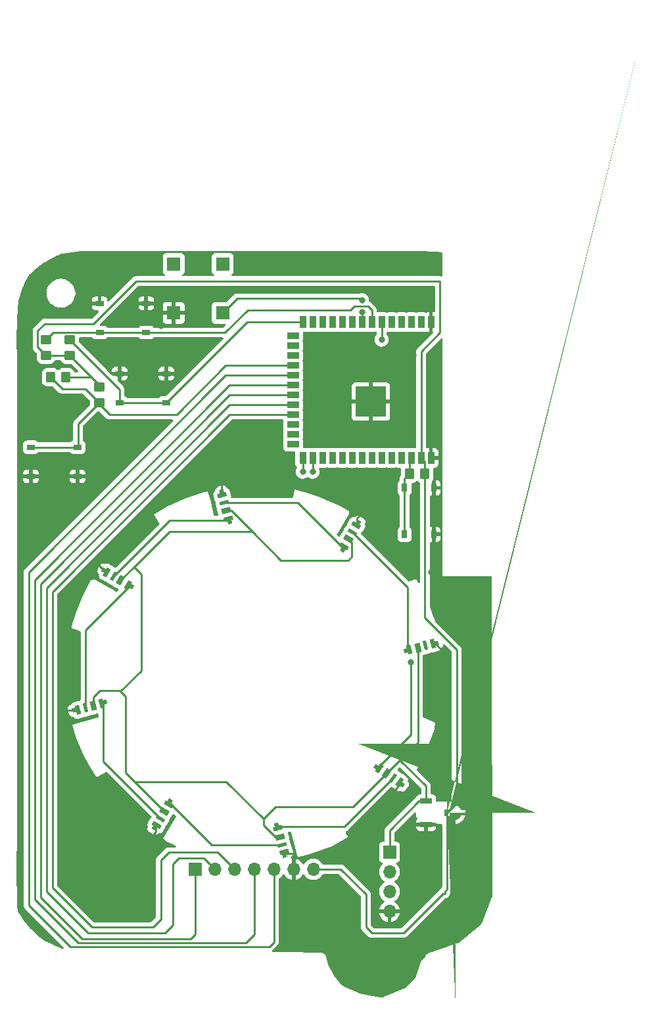
<source format=gbr>
%TF.GenerationSoftware,KiCad,Pcbnew,9.0.0*%
%TF.CreationDate,2025-09-21T22:19:39+08:00*%
%TF.ProjectId,maibadge_ver2,6d616962-6164-4676-955f-766572322e6b,rev?*%
%TF.SameCoordinates,Original*%
%TF.FileFunction,Copper,L2,Bot*%
%TF.FilePolarity,Positive*%
%FSLAX46Y46*%
G04 Gerber Fmt 4.6, Leading zero omitted, Abs format (unit mm)*
G04 Created by KiCad (PCBNEW 9.0.0) date 2025-09-21 22:19:39*
%MOMM*%
%LPD*%
G01*
G04 APERTURE LIST*
G04 Aperture macros list*
%AMRoundRect*
0 Rectangle with rounded corners*
0 $1 Rounding radius*
0 $2 $3 $4 $5 $6 $7 $8 $9 X,Y pos of 4 corners*
0 Add a 4 corners polygon primitive as box body*
4,1,4,$2,$3,$4,$5,$6,$7,$8,$9,$2,$3,0*
0 Add four circle primitives for the rounded corners*
1,1,$1+$1,$2,$3*
1,1,$1+$1,$4,$5*
1,1,$1+$1,$6,$7*
1,1,$1+$1,$8,$9*
0 Add four rect primitives between the rounded corners*
20,1,$1+$1,$2,$3,$4,$5,0*
20,1,$1+$1,$4,$5,$6,$7,0*
20,1,$1+$1,$6,$7,$8,$9,0*
20,1,$1+$1,$8,$9,$2,$3,0*%
%AMFreePoly0*
4,1,9,0.499924,-0.600102,-0.050064,-0.600103,-0.050064,-0.350114,-0.500076,-0.350115,-0.500076,0.199924,-0.050064,0.199924,-0.050064,0.599898,0.499924,0.599898,0.499924,-0.600102,0.499924,-0.600102,$1*%
%AMFreePoly1*
4,1,5,0.349911,-0.599950,-0.350088,-0.599949,-0.350089,0.600051,0.349911,0.600051,0.349911,-0.599950,0.349911,-0.599950,$1*%
%AMFreePoly2*
4,1,5,0.224994,-0.599923,-0.225019,-0.599924,-0.225019,0.600076,0.224994,0.600076,0.224994,-0.599923,0.224994,-0.599923,$1*%
%AMFreePoly3*
4,1,9,0.050013,0.600000,0.050013,0.200127,0.500051,0.200152,0.500000,-0.349835,0.049936,-0.349784,0.050013,-0.599897,-0.500076,-0.599849,-0.500077,0.600102,0.050013,0.600000,0.050013,0.600000,$1*%
%AMFreePoly4*
4,1,123,0.971755,0.948997,1.016180,0.945872,1.060427,0.940665,1.104369,0.933401,1.147930,0.924054,1.190983,0.912700,1.233477,0.899340,1.275286,0.883998,1.316332,0.866701,1.356541,0.847523,1.395784,0.826467,1.434011,0.803581,1.471120,0.778943,1.507036,0.752604,1.541656,0.724613,1.574956,0.694996,1.606807,0.663881,1.637186,0.631293,1.665989,0.597333,1.693167,0.562052,
1.718669,0.525527,1.742418,0.487859,1.764389,0.449098,1.784531,0.409373,1.802769,0.330023,3.500102,0.330023,3.500102,-0.329972,1.802769,-0.329972,1.784531,-0.409271,1.764389,-0.448997,1.742418,-0.487757,1.718669,-0.525425,1.693167,-0.561951,1.665989,-0.597231,1.637186,-0.631191,1.606807,-0.663780,1.574956,-0.694895,1.541656,-0.724511,1.507036,-0.752502,1.471120,-0.778842,
1.434011,-0.803480,1.395784,-0.826365,1.356541,-0.847422,1.316332,-0.866599,1.275286,-0.883896,1.233477,-0.899238,1.190983,-0.912598,1.147930,-0.923952,1.104369,-0.933299,1.060427,-0.940564,1.016180,-0.945771,0.971755,-0.948895,0.927229,-0.949962,-0.926975,-0.949962,-0.971501,-0.948895,-1.015926,-0.945771,-1.060173,-0.940564,-1.104115,-0.933299,-1.147676,-0.923952,-1.190729,-0.912598,
-1.233223,-0.899238,-1.275032,-0.883896,-1.316078,-0.866599,-1.356287,-0.847422,-1.395530,-0.826365,-1.433757,-0.803480,-1.470866,-0.778842,-1.506782,-0.752502,-1.541402,-0.724511,-1.574702,-0.694895,-1.606553,-0.663780,-1.636932,-0.631191,-1.665735,-0.597231,-1.692913,-0.561951,-1.718415,-0.525425,-1.742164,-0.487757,-1.764135,-0.448997,-1.784277,-0.409271,-1.802515,-0.368631,-1.818847,-0.327203,
-1.833198,-0.285039,-1.845568,-0.242240,-1.855906,-0.198908,-1.864211,-0.155169,-1.870460,-0.111049,-1.874625,-0.066701,-1.876708,-0.022225,-1.876708,0.022327,-1.874625,0.066802,-1.870460,0.111151,-1.864211,0.155271,-1.855906,0.199009,-1.845568,0.242342,-1.833198,0.285141,-1.818847,0.327305,-1.802515,0.368733,-1.784277,0.409373,-1.764135,0.449098,-1.742164,0.487859,-1.718415,0.525527,
-1.692913,0.562052,-1.665735,0.597333,-1.636932,0.631293,-1.606553,0.663881,-1.574702,0.694996,-1.541402,0.724613,-1.506782,0.752604,-1.470866,0.778943,-1.433757,0.803581,-1.395530,0.826467,-1.356287,0.847523,-1.316078,0.866701,-1.275032,0.883998,-1.233223,0.899340,-1.190729,0.912700,-1.147676,0.924054,-1.104115,0.933401,-1.060173,0.940665,-1.015926,0.945872,-0.971501,0.948997,
-0.926975,0.950064,0.927229,0.950064,0.971755,0.948997,0.971755,0.948997,$1*%
G04 Aperture macros list end*
%TA.AperFunction,ComponentPad*%
%ADD10R,1.700000X1.700000*%
%TD*%
%TA.AperFunction,ComponentPad*%
%ADD11O,1.700000X1.700000*%
%TD*%
%TA.AperFunction,SMDPad,CuDef*%
%ADD12FreePoly0,60.000000*%
%TD*%
%TA.AperFunction,SMDPad,CuDef*%
%ADD13FreePoly1,60.000000*%
%TD*%
%TA.AperFunction,SMDPad,CuDef*%
%ADD14FreePoly2,60.000000*%
%TD*%
%TA.AperFunction,SMDPad,CuDef*%
%ADD15FreePoly3,60.000000*%
%TD*%
%TA.AperFunction,SMDPad,CuDef*%
%ADD16RoundRect,0.250000X0.450000X-0.350000X0.450000X0.350000X-0.450000X0.350000X-0.450000X-0.350000X0*%
%TD*%
%TA.AperFunction,SMDPad,CuDef*%
%ADD17FreePoly0,105.000000*%
%TD*%
%TA.AperFunction,SMDPad,CuDef*%
%ADD18FreePoly1,105.000000*%
%TD*%
%TA.AperFunction,SMDPad,CuDef*%
%ADD19FreePoly2,105.000000*%
%TD*%
%TA.AperFunction,SMDPad,CuDef*%
%ADD20FreePoly3,105.000000*%
%TD*%
%TA.AperFunction,SMDPad,CuDef*%
%ADD21FreePoly0,195.000000*%
%TD*%
%TA.AperFunction,SMDPad,CuDef*%
%ADD22FreePoly1,195.000000*%
%TD*%
%TA.AperFunction,SMDPad,CuDef*%
%ADD23FreePoly2,195.000000*%
%TD*%
%TA.AperFunction,SMDPad,CuDef*%
%ADD24FreePoly3,195.000000*%
%TD*%
%TA.AperFunction,SMDPad,CuDef*%
%ADD25R,0.750000X1.000000*%
%TD*%
%TA.AperFunction,SMDPad,CuDef*%
%ADD26R,1.575006X0.672009*%
%TD*%
%TA.AperFunction,SMDPad,CuDef*%
%ADD27FreePoly4,180.000000*%
%TD*%
%TA.AperFunction,SMDPad,CuDef*%
%ADD28RoundRect,0.250000X0.350000X0.450000X-0.350000X0.450000X-0.350000X-0.450000X0.350000X-0.450000X0*%
%TD*%
%TA.AperFunction,SMDPad,CuDef*%
%ADD29R,1.000000X0.750000*%
%TD*%
%TA.AperFunction,SMDPad,CuDef*%
%ADD30R,0.900000X1.500000*%
%TD*%
%TA.AperFunction,SMDPad,CuDef*%
%ADD31R,1.500000X0.900000*%
%TD*%
%TA.AperFunction,HeatsinkPad*%
%ADD32C,0.600000*%
%TD*%
%TA.AperFunction,SMDPad,CuDef*%
%ADD33R,3.900000X3.900000*%
%TD*%
%TA.AperFunction,SMDPad,CuDef*%
%ADD34R,1.800000X1.800000*%
%TD*%
%TA.AperFunction,SMDPad,CuDef*%
%ADD35FreePoly0,150.000000*%
%TD*%
%TA.AperFunction,SMDPad,CuDef*%
%ADD36FreePoly1,150.000000*%
%TD*%
%TA.AperFunction,SMDPad,CuDef*%
%ADD37FreePoly2,150.000000*%
%TD*%
%TA.AperFunction,SMDPad,CuDef*%
%ADD38FreePoly3,150.000000*%
%TD*%
%TA.AperFunction,SMDPad,CuDef*%
%ADD39FreePoly0,285.000000*%
%TD*%
%TA.AperFunction,SMDPad,CuDef*%
%ADD40FreePoly1,285.000000*%
%TD*%
%TA.AperFunction,SMDPad,CuDef*%
%ADD41FreePoly2,285.000000*%
%TD*%
%TA.AperFunction,SMDPad,CuDef*%
%ADD42FreePoly3,285.000000*%
%TD*%
%TA.AperFunction,SMDPad,CuDef*%
%ADD43RoundRect,0.250000X-0.450000X0.350000X-0.450000X-0.350000X0.450000X-0.350000X0.450000X0.350000X0*%
%TD*%
%TA.AperFunction,SMDPad,CuDef*%
%ADD44FreePoly0,15.000000*%
%TD*%
%TA.AperFunction,SMDPad,CuDef*%
%ADD45FreePoly1,15.000000*%
%TD*%
%TA.AperFunction,SMDPad,CuDef*%
%ADD46FreePoly2,15.000000*%
%TD*%
%TA.AperFunction,SMDPad,CuDef*%
%ADD47FreePoly3,15.000000*%
%TD*%
%TA.AperFunction,SMDPad,CuDef*%
%ADD48FreePoly0,325.000000*%
%TD*%
%TA.AperFunction,SMDPad,CuDef*%
%ADD49FreePoly1,325.000000*%
%TD*%
%TA.AperFunction,SMDPad,CuDef*%
%ADD50FreePoly2,325.000000*%
%TD*%
%TA.AperFunction,SMDPad,CuDef*%
%ADD51FreePoly3,325.000000*%
%TD*%
%TA.AperFunction,SMDPad,CuDef*%
%ADD52FreePoly0,240.000000*%
%TD*%
%TA.AperFunction,SMDPad,CuDef*%
%ADD53FreePoly1,240.000000*%
%TD*%
%TA.AperFunction,SMDPad,CuDef*%
%ADD54FreePoly2,240.000000*%
%TD*%
%TA.AperFunction,SMDPad,CuDef*%
%ADD55FreePoly3,240.000000*%
%TD*%
%TA.AperFunction,ViaPad*%
%ADD56C,0.800000*%
%TD*%
%TA.AperFunction,Conductor*%
%ADD57C,0.254000*%
%TD*%
G04 APERTURE END LIST*
D10*
%TO.P,GC9A1,1,RST*%
%TO.N,/OLED_RST*%
X182467622Y-118537223D03*
D11*
%TO.P,GC9A1,2,CS*%
%TO.N,/OLED_CS*%
X185007622Y-118537223D03*
%TO.P,GC9A1,3,DC*%
%TO.N,/OLED_DC*%
X187547622Y-118537223D03*
%TO.P,GC9A1,4,SDA*%
%TO.N,/OLED_SDA*%
X190087622Y-118537223D03*
%TO.P,GC9A1,5,SCL*%
%TO.N,/OLED_SCL*%
X192627622Y-118537223D03*
%TO.P,GC9A1,6,GND*%
%TO.N,GND*%
X195167622Y-118537223D03*
%TO.P,GC9A1,7,VCC*%
%TO.N,+3.3V*%
X197707622Y-118537223D03*
%TD*%
D12*
%TO.P,U8,1,DIN*%
%TO.N,Net-(U8-DIN)*%
X201520910Y-77122749D03*
D13*
%TO.P,U8,2,VDD*%
%TO.N,+5V*%
X202217695Y-75966166D03*
D14*
%TO.P,U8,3,DOUT*%
%TO.N,Net-(U7-DIN)*%
X202730133Y-75078589D03*
D15*
%TO.P,U8,4,GND*%
%TO.N,GND*%
X203342654Y-74017667D03*
%TD*%
D16*
%TO.P,R1,1*%
%TO.N,+3.3V*%
X163274000Y-52308000D03*
%TO.P,R1,2*%
%TO.N,/button 2*%
X163274000Y-50308000D03*
%TD*%
D17*
%TO.P,U9,1,DIN*%
%TO.N,Net-(U10-DOUT)*%
X186814326Y-73624186D03*
D18*
%TO.P,U9,2,VDD*%
%TO.N,+5V*%
X186489203Y-72313662D03*
D19*
%TO.P,U9,3,DOUT*%
%TO.N,Net-(U8-DIN)*%
X186223937Y-71323696D03*
D20*
%TO.P,U9,4,GND*%
%TO.N,GND*%
X185906872Y-70140390D03*
%TD*%
D21*
%TO.P,U6,1,DIN*%
%TO.N,Net-(U5-DOUT)*%
X170651896Y-97158607D03*
D22*
%TO.P,U6,2,VDD*%
%TO.N,+5V*%
X169341374Y-97483725D03*
D23*
%TO.P,U6,3,DOUT*%
%TO.N,Net-(U10-DIN)*%
X168351408Y-97748994D03*
D24*
%TO.P,U6,4,GND*%
%TO.N,GND*%
X167168104Y-98066059D03*
%TD*%
D25*
%TO.P,RESET,1,1*%
%TO.N,GND*%
X213203000Y-75390006D03*
X213202997Y-69389994D03*
%TO.P,RESET,2,2*%
%TO.N,/CHIP_PU*%
X209453003Y-75390006D03*
X209453000Y-69389994D03*
%TD*%
D26*
%TO.P,U2,1,GND/ADJ*%
%TO.N,GND*%
X212221223Y-112752130D03*
D27*
%TO.P,U2,2,VOUT*%
%TO.N,+3.3V*%
X214933697Y-111252256D03*
D26*
%TO.P,U2,3,VIN*%
%TO.N,+5V*%
X212221228Y-109752133D03*
%TD*%
D28*
%TO.P,R5,1*%
%TO.N,+3.3V*%
X165846000Y-55118000D03*
%TO.P,R5,2*%
%TO.N,/button 1*%
X163846000Y-55118000D03*
%TD*%
D29*
%TO.P,SW1,1,1*%
%TO.N,GND*%
X176180000Y-45623000D03*
X170180000Y-45623000D03*
%TO.P,SW1,2,2*%
%TO.N,/button 2*%
X176180000Y-49373000D03*
X170180000Y-49373000D03*
%TD*%
D30*
%TO.P,U1,1,GND*%
%TO.N,GND*%
X212851996Y-65531999D03*
%TO.P,U1,2,3V3*%
%TO.N,+3.3V*%
X211581997Y-65531998D03*
%TO.P,U1,3,EN*%
%TO.N,/CHIP_PU*%
X210311992Y-65531997D03*
%TO.P,U1,4,IO4*%
%TO.N,unconnected-(U1-IO4-Pad4)*%
X209041995Y-65531998D03*
%TO.P,U1,5,IO5*%
%TO.N,unconnected-(U1-IO5-Pad5)*%
X207771994Y-65531995D03*
%TO.P,U1,6,IO6*%
%TO.N,unconnected-(U1-IO6-Pad6)*%
X206501998Y-65531999D03*
%TO.P,U1,7,IO7*%
%TO.N,unconnected-(U1-IO7-Pad7)*%
X205231996Y-65532000D03*
%TO.P,U1,8,IO15*%
%TO.N,unconnected-(U1-IO15-Pad8)*%
X203961992Y-65531997D03*
%TO.P,U1,9,IO16*%
%TO.N,unconnected-(U1-IO16-Pad9)*%
X202691994Y-65531996D03*
%TO.P,U1,10,IO17*%
%TO.N,unconnected-(U1-IO17-Pad10)*%
X201421995Y-65531998D03*
%TO.P,U1,11,IO18*%
%TO.N,unconnected-(U1-IO18-Pad11)*%
X200151996Y-65531998D03*
%TO.P,U1,12,IO8*%
%TO.N,unconnected-(U1-IO8-Pad12)*%
X198882000Y-65532000D03*
%TO.P,U1,13,IO19*%
%TO.N,/USB_D-*%
X197611996Y-65532002D03*
%TO.P,U1,14,IO20*%
%TO.N,/USB_D+*%
X196341992Y-65531997D03*
D31*
%TO.P,U1,15,IO3*%
%TO.N,unconnected-(U1-IO3-Pad15)*%
X195091992Y-63766996D03*
%TO.P,U1,16,IO46*%
%TO.N,unconnected-(U1-IO46-Pad16)*%
X195091995Y-62497000D03*
%TO.P,U1,17,IO9*%
%TO.N,unconnected-(U1-IO9-Pad17)*%
X195091996Y-61226995D03*
%TO.P,U1,18,IO10*%
%TO.N,/OLED_DC*%
X195091991Y-59956996D03*
%TO.P,U1,19,IO11*%
%TO.N,/OLED_CS*%
X195091993Y-58687000D03*
%TO.P,U1,20,IO12*%
%TO.N,/OLED_RST*%
X195091997Y-57416997D03*
%TO.P,U1,21,IO13*%
%TO.N,/OLED_SDA*%
X195091995Y-56146996D03*
%TO.P,U1,22,IO14*%
%TO.N,/OLED_SCL*%
X195091994Y-54877003D03*
%TO.P,U1,23,IO21*%
%TO.N,/button 1*%
X195091997Y-53606999D03*
%TO.P,U1,24,IO47*%
%TO.N,/MPR SDA*%
X195091994Y-52336996D03*
%TO.P,U1,25,IO48*%
%TO.N,/MPR SCL*%
X195091999Y-51067000D03*
%TO.P,U1,26,IO45*%
%TO.N,unconnected-(U1-IO45-Pad26)*%
X195091995Y-49796998D03*
D30*
%TO.P,U1,27,IO0*%
%TO.N,/GPIO0_BOOT*%
X196341997Y-48031996D03*
%TO.P,U1,28,IO35*%
%TO.N,unconnected-(U1-IO35-Pad28)*%
X197611993Y-48031999D03*
%TO.P,U1,29,IO36*%
%TO.N,unconnected-(U1-IO36-Pad29)*%
X198881992Y-48031997D03*
%TO.P,U1,30,IO37*%
%TO.N,unconnected-(U1-IO37-Pad30)*%
X200151993Y-48032000D03*
%TO.P,U1,31,IO38*%
%TO.N,unconnected-(U1-IO38-Pad31)*%
X201421994Y-48031997D03*
%TO.P,U1,32,IO39*%
%TO.N,unconnected-(U1-IO39-Pad32)*%
X202691995Y-48031996D03*
%TO.P,U1,33,IO40*%
%TO.N,/buzzer*%
X203962000Y-48031997D03*
%TO.P,U1,34,IO41*%
%TO.N,/button 2*%
X205231993Y-48031998D03*
%TO.P,U1,35,IO42*%
%TO.N,/main led DIN*%
X206501995Y-48031998D03*
%TO.P,U1,36,RXD0*%
%TO.N,unconnected-(U1-RXD0-Pad36)*%
X207771993Y-48031995D03*
%TO.P,U1,37,TXD0*%
%TO.N,unconnected-(U1-TXD0-Pad37)*%
X209041997Y-48031998D03*
%TO.P,U1,38,IO2*%
%TO.N,unconnected-(U1-IO2-Pad38)*%
X210311999Y-48032000D03*
%TO.P,U1,39,IO1*%
%TO.N,unconnected-(U1-IO1-Pad39)*%
X211581997Y-48031997D03*
%TO.P,U1,40,GND*%
%TO.N,GND*%
X212851993Y-48031998D03*
D32*
%TO.P,U1,41,GND*%
X205831991Y-59682001D03*
X204431991Y-59681997D03*
X203731995Y-58981998D03*
X205131995Y-58981998D03*
X206531996Y-58981997D03*
D33*
X205131997Y-58282000D03*
D32*
X204431993Y-58281998D03*
X205831995Y-58281998D03*
X206531995Y-57582001D03*
X205131997Y-57582000D03*
X203731993Y-57581997D03*
X204431995Y-56882000D03*
X205831994Y-56881999D03*
%TD*%
D34*
%TO.P,BZ1,1,+*%
%TO.N,/buzzer*%
X186029983Y-46837985D03*
%TO.P,BZ1,2,-*%
%TO.N,GND*%
X179730015Y-46837983D03*
%TO.P,BZ1,3*%
%TO.N,N/C*%
X179730017Y-40538015D03*
%TO.P,BZ1,4*%
X186029985Y-40538017D03*
%TD*%
D35*
%TO.P,U10,1,DIN*%
%TO.N,Net-(U10-DIN)*%
X174044225Y-82025225D03*
D36*
%TO.P,U10,2,VDD*%
%TO.N,+5V*%
X172887653Y-81328442D03*
D37*
%TO.P,U10,3,DOUT*%
%TO.N,Net-(U10-DOUT)*%
X172000068Y-80816001D03*
D38*
%TO.P,U10,4,GND*%
%TO.N,GND*%
X170939147Y-80203479D03*
%TD*%
D16*
%TO.P,R4,1*%
%TO.N,+3.3V*%
X166322000Y-52307998D03*
%TO.P,R4,2*%
%TO.N,/GPIO0_BOOT*%
X166322000Y-50308002D03*
%TD*%
D39*
%TO.P,U4,1,DIN*%
%TO.N,Net-(U3-DOUT)*%
X193094273Y-113066102D03*
D40*
%TO.P,U4,2,VDD*%
%TO.N,+5V*%
X193419396Y-114376624D03*
D41*
%TO.P,U4,3,DOUT*%
%TO.N,Net-(U4-DOUT)*%
X193684662Y-115366592D03*
D42*
%TO.P,U4,4,GND*%
%TO.N,GND*%
X194001727Y-116549898D03*
%TD*%
D43*
%TO.P,R2,1*%
%TO.N,+3.3V*%
X170131999Y-56404001D03*
%TO.P,R2,2*%
%TO.N,/button 1*%
X170132001Y-58403999D03*
%TD*%
D10*
%TO.P,J1,1,Pin_1*%
%TO.N,+5V*%
X207518000Y-116342000D03*
D11*
%TO.P,J1,2,Pin_2*%
%TO.N,/USB_D-*%
X207518000Y-118882000D03*
%TO.P,J1,3,Pin_3*%
%TO.N,/USB_D+*%
X207518000Y-121422000D03*
%TO.P,J1,4,Pin_4*%
%TO.N,GND*%
X207518000Y-123962000D03*
%TD*%
D44*
%TO.P,U7,1,DIN*%
%TO.N,Net-(U7-DIN)*%
X209862683Y-90293393D03*
D45*
%TO.P,U7,2,VDD*%
%TO.N,+5V*%
X211173205Y-89968269D03*
D46*
%TO.P,U7,3,DOUT*%
%TO.N,unconnected-(U7-DOUT-Pad3)*%
X212163166Y-89703013D03*
D47*
%TO.P,U7,4,GND*%
%TO.N,GND*%
X213346479Y-89385939D03*
%TD*%
D48*
%TO.P,U3,1,DIN*%
%TO.N,/main led DIN*%
X206076436Y-105377063D03*
D49*
%TO.P,U3,2,VDD*%
%TO.N,+5V*%
X207167880Y-106172000D03*
D50*
%TO.P,U3,3,DOUT*%
%TO.N,Net-(U3-DOUT)*%
X208007425Y-106759847D03*
D51*
%TO.P,U3,4,GND*%
%TO.N,GND*%
X209010926Y-107462505D03*
%TD*%
D29*
%TO.P,BOOT,1,1*%
%TO.N,GND*%
X178768000Y-54670000D03*
X172768000Y-54670000D03*
%TO.P,BOOT,2,2*%
%TO.N,/GPIO0_BOOT*%
X178768000Y-58420000D03*
X172768000Y-58420000D03*
%TD*%
D52*
%TO.P,U5,1,DIN*%
%TO.N,Net-(U4-DOUT)*%
X179218874Y-109953459D03*
D53*
%TO.P,U5,2,VDD*%
%TO.N,+5V*%
X178522087Y-111110033D03*
D54*
%TO.P,U5,3,DOUT*%
%TO.N,Net-(U5-DOUT)*%
X178009649Y-111997618D03*
D55*
%TO.P,U5,4,GND*%
%TO.N,GND*%
X177397126Y-113058541D03*
%TD*%
D28*
%TO.P,R3,1*%
%TO.N,+3.3V*%
X212073999Y-67564001D03*
%TO.P,R3,2*%
%TO.N,/CHIP_PU*%
X210074001Y-67563999D03*
%TD*%
D29*
%TO.P,SW5,1,1*%
%TO.N,GND*%
X161338001Y-67915004D03*
X167338001Y-67914998D03*
%TO.P,SW5,2,2*%
%TO.N,/button 1*%
X161337999Y-64165002D03*
X167337999Y-64164996D03*
%TD*%
D56*
%TO.N,GND*%
X212852000Y-80264000D03*
X210566000Y-52324000D03*
X178054000Y-48514000D03*
X212852000Y-52578000D03*
X178093383Y-50372151D03*
X210820000Y-80264000D03*
X216408000Y-88646000D03*
X214630000Y-90424000D03*
%TO.N,/buzzer*%
X203962000Y-46736000D03*
X203962000Y-45212000D03*
%TO.N,/USB_D-*%
X197612000Y-67310000D03*
%TO.N,/USB_D+*%
X196341997Y-67309994D03*
%TO.N,/main led DIN*%
X206502000Y-50292000D03*
X210259170Y-91899801D03*
%TD*%
D57*
%TO.N,+3.3V*%
X163110244Y-48226000D02*
X162181787Y-49154457D01*
%TO.N,/main led DIN*%
X210259170Y-101194329D02*
X206076436Y-105377063D01*
X210259170Y-91899801D02*
X210259170Y-101194329D01*
%TO.N,+3.3V*%
X162181787Y-51215787D02*
X163274000Y-52308000D01*
X174884719Y-42737898D02*
X169396617Y-48226000D01*
X214028189Y-49369811D02*
X214028189Y-42737898D01*
X162181787Y-49154457D02*
X162181787Y-51215787D01*
X211581997Y-51816003D02*
X214028189Y-49369811D01*
X211581997Y-65531998D02*
X211581997Y-51816003D01*
X214028189Y-42737898D02*
X174884719Y-42737898D01*
X169396617Y-48226000D02*
X163110244Y-48226000D01*
%TO.N,/button 1*%
X167413295Y-61118415D02*
X170127711Y-58403999D01*
X161337999Y-64161641D02*
X167413295Y-64161641D01*
X167413295Y-64161641D02*
X167413295Y-61118415D01*
X161337999Y-64165002D02*
X161337999Y-64161641D01*
X170127711Y-58403999D02*
X170132001Y-58403999D01*
%TO.N,GND*%
X177397126Y-113058541D02*
X177397126Y-113686874D01*
X209010926Y-107462505D02*
X208280000Y-108193431D01*
X185906872Y-70140390D02*
X185906872Y-68855128D01*
X213346479Y-89385939D02*
X214384540Y-90424000D01*
X167168104Y-98066059D02*
X165884059Y-98066059D01*
X203342654Y-73263346D02*
X203708000Y-72898000D01*
X208280000Y-108193431D02*
X208280000Y-108458000D01*
X165862000Y-98044000D02*
X165884059Y-98066059D01*
X169983668Y-79248000D02*
X169672000Y-79248000D01*
X203342654Y-74017667D02*
X203342654Y-73263346D01*
X195035898Y-116549898D02*
X195326000Y-116840000D01*
X177397126Y-113686874D02*
X177038000Y-114046000D01*
X214384540Y-90424000D02*
X214630000Y-90424000D01*
X170939147Y-80203479D02*
X169983668Y-79248000D01*
X194001727Y-116549898D02*
X195035898Y-116549898D01*
%TO.N,/buzzer*%
X203962000Y-46736000D02*
X203962000Y-48031997D01*
X186029983Y-46837985D02*
X187909968Y-44958000D01*
X187909968Y-44958000D02*
X203708000Y-44958000D01*
X203708000Y-44958000D02*
X203962000Y-45212000D01*
%TO.N,+5V*%
X174676027Y-107263973D02*
X186511973Y-107263973D01*
X202217695Y-75966166D02*
X202660548Y-76409019D01*
X173482000Y-96266000D02*
X173482000Y-106069946D01*
X172887652Y-81328442D02*
X174606047Y-79610047D01*
X174606047Y-79610047D02*
X175514000Y-80518000D01*
X192793106Y-114376624D02*
X191262000Y-112845518D01*
X172847000Y-95631000D02*
X173482000Y-96266000D01*
X193419396Y-114376624D02*
X192793106Y-114376624D01*
X174606047Y-79610047D02*
X179156010Y-75060084D01*
X211173205Y-102166675D02*
X211173205Y-89968269D01*
X191262000Y-112845518D02*
X191262000Y-112014000D01*
X202849880Y-110490000D02*
X207167880Y-106172000D01*
X202660548Y-76409019D02*
X202660548Y-78263452D01*
X173482000Y-106069946D02*
X174676027Y-107263973D01*
X179156010Y-75060084D02*
X189861916Y-75060084D01*
X186511973Y-107263973D02*
X191262000Y-112014000D01*
X169341373Y-96342627D02*
X170180000Y-95504000D01*
X208866940Y-104472940D02*
X211173205Y-102166675D01*
X207518000Y-116342000D02*
X207518000Y-113538000D01*
X187115493Y-72313662D02*
X186489203Y-72313662D01*
X211303867Y-109752133D02*
X212221228Y-109752133D01*
X174676027Y-107263973D02*
X178522087Y-111110033D01*
X170180000Y-95504000D02*
X172720000Y-95504000D01*
X207167880Y-106172000D02*
X208866940Y-104472940D01*
X208866940Y-104472940D02*
X212221228Y-107827228D01*
X191262000Y-112014000D02*
X192786000Y-110490000D01*
X175514000Y-80518000D02*
X175514000Y-92964000D01*
X169341373Y-97483725D02*
X169341373Y-96342627D01*
X193541831Y-78740000D02*
X189861916Y-75060084D01*
X212221228Y-107827228D02*
X212221228Y-109752133D01*
X207518000Y-113538000D02*
X211303867Y-109752133D01*
X202184000Y-78740000D02*
X193541831Y-78740000D01*
X192786000Y-110490000D02*
X202849880Y-110490000D01*
X202660548Y-78263452D02*
X202184000Y-78740000D01*
X175514000Y-92964000D02*
X172847000Y-95631000D01*
X172720000Y-95504000D02*
X172847000Y-95631000D01*
X189861916Y-75060084D02*
X187115493Y-72313662D01*
%TO.N,/USB_D+*%
X207782000Y-121158000D02*
X207518000Y-121422000D01*
%TO.N,/USB_D-*%
X197611996Y-65532002D02*
X197611996Y-67309996D01*
X197611996Y-67309996D02*
X197612000Y-67310000D01*
%TO.N,/USB_D+*%
X196341992Y-65531997D02*
X196341992Y-67309989D01*
X196341992Y-67309989D02*
X196341997Y-67309994D01*
%TO.N,/button 2*%
X189230000Y-46482000D02*
X202438000Y-46482000D01*
X164209000Y-49373000D02*
X170180000Y-49373000D01*
X176180000Y-49373000D02*
X186339000Y-49373000D01*
X176180000Y-49373000D02*
X170180000Y-49373000D01*
X205231993Y-46481993D02*
X205231993Y-48031998D01*
X202946000Y-45974000D02*
X204724000Y-45974000D01*
X202438000Y-46482000D02*
X202946000Y-45974000D01*
X186339000Y-49373000D02*
X189230000Y-46482000D01*
X204724000Y-45974000D02*
X205231993Y-46481993D01*
X163274000Y-50308000D02*
X164209000Y-49373000D01*
%TO.N,+3.3V*%
X204470000Y-121770600D02*
X204470000Y-125984000D01*
X166321998Y-52308000D02*
X166322000Y-52307998D01*
X214376000Y-121666000D02*
X214630000Y-121666000D01*
X212073999Y-66024000D02*
X211581997Y-65531998D01*
X205232000Y-126746000D02*
X209296000Y-126746000D01*
X214933697Y-121108303D02*
X214933697Y-111252256D01*
X169132002Y-55118000D02*
X169275001Y-55260999D01*
X170131999Y-56117997D02*
X169275001Y-55260999D01*
X165846000Y-55118000D02*
X169132002Y-55118000D01*
X212073999Y-86145451D02*
X212073999Y-67564001D01*
X209296000Y-126746000D02*
X214376000Y-121666000D01*
X163274000Y-52308000D02*
X166321998Y-52308000D01*
X201236623Y-118537223D02*
X204470000Y-121770600D01*
X214630000Y-121412000D02*
X214933697Y-121108303D01*
X169275001Y-55260999D02*
X166322000Y-52307998D01*
X216154000Y-110031953D02*
X216154000Y-90225452D01*
X170131999Y-56404001D02*
X170131999Y-56117997D01*
X216154000Y-90225452D02*
X212073999Y-86145451D01*
X204470000Y-125984000D02*
X205232000Y-126746000D01*
X197707622Y-118537223D02*
X201236623Y-118537223D01*
X214630000Y-121666000D02*
X214630000Y-121412000D01*
X212073999Y-67564001D02*
X212073999Y-66024000D01*
X214933697Y-111252256D02*
X216154000Y-110031953D01*
%TO.N,/button 1*%
X165370000Y-56642000D02*
X168370002Y-56642000D01*
X170132001Y-58626001D02*
X171450000Y-59944000D01*
X186423001Y-53606999D02*
X195091997Y-53606999D01*
X171450000Y-59944000D02*
X180086000Y-59944000D01*
X170132001Y-58403999D02*
X170132001Y-58626001D01*
X180086000Y-59944000D02*
X186423001Y-53606999D01*
X168370002Y-56642000D02*
X170132001Y-58403999D01*
X163846000Y-55118000D02*
X165370000Y-56642000D01*
%TO.N,/CHIP_PU*%
X210074001Y-67563999D02*
X210074001Y-65769988D01*
X210074001Y-65769988D02*
X210311992Y-65531997D01*
X209453000Y-68185000D02*
X210074001Y-67563999D01*
X209453003Y-75390006D02*
X209453003Y-69389997D01*
X209453000Y-69389994D02*
X209453000Y-68185000D01*
X209453003Y-69389997D02*
X209453000Y-69389994D01*
%TO.N,/GPIO0_BOOT*%
X178768000Y-58420000D02*
X172768000Y-58420000D01*
X189156004Y-48031996D02*
X196341997Y-48031996D01*
X172768000Y-56754002D02*
X172768000Y-58420000D01*
X178768000Y-58420000D02*
X189156004Y-48031996D01*
X166322000Y-50308002D02*
X172768000Y-56754002D01*
%TO.N,/OLED_SCL*%
X166370000Y-128524000D02*
X161036000Y-123190000D01*
X192024000Y-128524000D02*
X166370000Y-128524000D01*
X186422997Y-54877003D02*
X195091994Y-54877003D01*
X161036000Y-123190000D02*
X161036000Y-80264000D01*
X161036000Y-80264000D02*
X186422997Y-54877003D01*
X192627622Y-127920378D02*
X192024000Y-128524000D01*
X192627622Y-118537223D02*
X192627622Y-127920378D01*
%TO.N,/OLED_SDA*%
X161798000Y-122428000D02*
X161798000Y-81280000D01*
X161798000Y-81280000D02*
X186931004Y-56146996D01*
X167386000Y-128016000D02*
X161798000Y-122428000D01*
X190087622Y-126904378D02*
X188976000Y-128016000D01*
X190087622Y-118537223D02*
X190087622Y-126904378D01*
X186931004Y-56146996D02*
X195091995Y-56146996D01*
X188976000Y-128016000D02*
X167386000Y-128016000D01*
%TO.N,/OLED_DC*%
X164084000Y-82804000D02*
X186931004Y-59956996D01*
X177038000Y-125984000D02*
X169164000Y-125984000D01*
X179070000Y-116332000D02*
X178054000Y-117348000D01*
X178054000Y-117348000D02*
X178054000Y-124968000D01*
X169164000Y-125984000D02*
X164084000Y-120904000D01*
X187547622Y-118537223D02*
X185342399Y-116332000D01*
X185342399Y-116332000D02*
X179070000Y-116332000D01*
X178054000Y-124968000D02*
X177038000Y-125984000D01*
X164084000Y-120904000D02*
X164084000Y-82804000D01*
X186931004Y-59956996D02*
X195091991Y-59956996D01*
%TO.N,/main led DIN*%
X206501995Y-50291995D02*
X206502000Y-50292000D01*
X206501995Y-48031998D02*
X206501995Y-50291995D01*
%TO.N,/OLED_RST*%
X186931003Y-57416997D02*
X195091997Y-57416997D01*
X182467622Y-126904378D02*
X181864000Y-127508000D01*
X162560000Y-81788000D02*
X186931003Y-57416997D01*
X162560000Y-122174000D02*
X162560000Y-81788000D01*
X181864000Y-127508000D02*
X167894000Y-127508000D01*
X167894000Y-127508000D02*
X162560000Y-122174000D01*
X182467622Y-118537223D02*
X182467622Y-126904378D01*
%TO.N,/OLED_CS*%
X163322000Y-121412000D02*
X163322000Y-82296000D01*
X180340000Y-117094000D02*
X179578000Y-117856000D01*
X163322000Y-82296000D02*
X186931000Y-58687000D01*
X179578000Y-117856000D02*
X179578000Y-125730000D01*
X185007622Y-118537223D02*
X183564399Y-117094000D01*
X186931000Y-58687000D02*
X195091993Y-58687000D01*
X179578000Y-125730000D02*
X178562000Y-126746000D01*
X183564399Y-117094000D02*
X180340000Y-117094000D01*
X178562000Y-126746000D02*
X168656000Y-126746000D01*
X168656000Y-126746000D02*
X163322000Y-121412000D01*
%TO.N,Net-(U3-DOUT)*%
X193094273Y-113066102D02*
X201701170Y-113066102D01*
X201701170Y-113066102D02*
X208007425Y-106759847D01*
%TO.N,Net-(U4-DOUT)*%
X184632007Y-115366592D02*
X193684662Y-115366592D01*
X179218874Y-109953459D02*
X184632007Y-115366592D01*
%TO.N,Net-(U5-DOUT)*%
X178009649Y-111997618D02*
X170651896Y-104639865D01*
X170651896Y-104639865D02*
X170651896Y-97158607D01*
%TO.N,Net-(U10-DIN)*%
X168351408Y-97748994D02*
X168351408Y-87718042D01*
X168351408Y-87718042D02*
X174044225Y-82025225D01*
%TO.N,Net-(U7-DIN)*%
X202730133Y-75078589D02*
X209862683Y-82211139D01*
X209862683Y-82211139D02*
X209862683Y-90293393D01*
%TO.N,Net-(U8-DIN)*%
X186223937Y-71323696D02*
X195721857Y-71323696D01*
X195721857Y-71323696D02*
X201520910Y-77122749D01*
%TO.N,Net-(U10-DOUT)*%
X172000068Y-80816001D02*
X179191883Y-73624186D01*
X179191883Y-73624186D02*
X186814326Y-73624186D01*
%TD*%
%TA.AperFunction,Conductor*%
%TO.N,GND*%
G36*
X214261330Y-50126602D02*
G01*
X214317263Y-50168474D01*
X214341680Y-50233938D01*
X214341996Y-50242784D01*
X214341997Y-80781997D01*
X214341998Y-80781998D01*
X220595800Y-80781998D01*
X220662839Y-80801683D01*
X220708594Y-80854487D01*
X220719800Y-80906088D01*
X220711780Y-91988492D01*
X220711381Y-92540060D01*
X220711249Y-92540559D01*
X220711334Y-92605913D01*
X220711334Y-92605914D01*
X220711334Y-92606164D01*
X220711281Y-92678065D01*
X220711431Y-92680333D01*
X220743513Y-117252169D01*
X220743512Y-117252772D01*
X220726081Y-122151203D01*
X220717817Y-122195275D01*
X219529604Y-125284625D01*
X219514035Y-125313206D01*
X219309982Y-125592834D01*
X219289199Y-125614999D01*
X216424927Y-128001893D01*
X216387250Y-128023410D01*
X213231664Y-129150404D01*
X213213232Y-129155424D01*
X212980715Y-129199855D01*
X212966217Y-129201748D01*
X212937286Y-129203800D01*
X212937278Y-129203802D01*
X212917514Y-129210629D01*
X212900306Y-129215220D01*
X212879767Y-129219144D01*
X212853651Y-129231779D01*
X212840140Y-129237358D01*
X212702417Y-129284935D01*
X212702416Y-129284934D01*
X212689028Y-129289559D01*
X212680350Y-129290476D01*
X212626872Y-129311033D01*
X212624838Y-129311736D01*
X212624836Y-129311736D01*
X212572730Y-129329738D01*
X212565462Y-129333371D01*
X212565251Y-129332949D01*
X212564258Y-129333467D01*
X212564483Y-129333880D01*
X212557342Y-129337762D01*
X212512735Y-129370202D01*
X212509250Y-129372647D01*
X212463549Y-129403540D01*
X212457472Y-129408928D01*
X212457157Y-129408572D01*
X212446377Y-129418462D01*
X212392451Y-129457681D01*
X212379044Y-129466176D01*
X212356386Y-129478574D01*
X212356385Y-129478575D01*
X212338962Y-129495216D01*
X212326260Y-129505821D01*
X212306766Y-129520000D01*
X212290519Y-129540082D01*
X212279772Y-129551752D01*
X212261089Y-129569598D01*
X212250047Y-129587751D01*
X212244254Y-129597273D01*
X212223883Y-129622454D01*
X212210161Y-129653311D01*
X212206027Y-129660107D01*
X212206025Y-129660112D01*
X212192599Y-129682183D01*
X212192595Y-129682190D01*
X212185829Y-129705305D01*
X212185830Y-129705306D01*
X212183498Y-129713274D01*
X212170339Y-129742870D01*
X212165070Y-129776237D01*
X212162836Y-129783871D01*
X212162834Y-129783872D01*
X212162835Y-129783872D01*
X212153396Y-129816121D01*
X212115672Y-129874932D01*
X212111851Y-129878117D01*
X211582001Y-130301998D01*
X211581999Y-130302001D01*
X210829256Y-132560230D01*
X210799300Y-132608699D01*
X209567346Y-133840653D01*
X209527357Y-133867434D01*
X206794959Y-135005932D01*
X206767543Y-135013801D01*
X206332468Y-135085913D01*
X206287874Y-135085174D01*
X203974042Y-134622408D01*
X203950668Y-134615278D01*
X201704874Y-133679530D01*
X201680051Y-133665654D01*
X201608372Y-133613979D01*
X201600790Y-133608053D01*
X201504915Y-133526928D01*
X201335357Y-133383456D01*
X201333825Y-133381979D01*
X201278751Y-133335559D01*
X201278571Y-133335406D01*
X201223474Y-133288786D01*
X201221730Y-133287497D01*
X201025354Y-133121980D01*
X201006636Y-133102315D01*
X200707228Y-132709343D01*
X200704145Y-132705115D01*
X200695469Y-132692672D01*
X200386562Y-132249633D01*
X200384054Y-132245894D01*
X200289078Y-132098517D01*
X200282400Y-132086800D01*
X199637912Y-130797824D01*
X199634090Y-130789410D01*
X199613324Y-130738762D01*
X199605212Y-130718976D01*
X199600256Y-130704355D01*
X199528503Y-130439422D01*
X199454701Y-130166922D01*
X199454225Y-130156268D01*
X199437512Y-130103456D01*
X199423038Y-130050012D01*
X199423035Y-130050008D01*
X199419905Y-130042505D01*
X199420053Y-130042443D01*
X199413554Y-130027749D01*
X199329822Y-129763151D01*
X199317454Y-129713908D01*
X199310001Y-129700517D01*
X199305378Y-129685908D01*
X199280068Y-129646273D01*
X199276232Y-129639845D01*
X199253364Y-129598756D01*
X199251418Y-129596748D01*
X199251418Y-129596747D01*
X199242698Y-129587748D01*
X199234454Y-129574837D01*
X199196998Y-129540587D01*
X199194401Y-129537907D01*
X199194384Y-129537891D01*
X199161656Y-129504116D01*
X199159257Y-129502681D01*
X199139265Y-129487796D01*
X199137199Y-129485907D01*
X199095450Y-129464229D01*
X199088918Y-129460582D01*
X199070272Y-129449422D01*
X199018176Y-129418241D01*
X199017891Y-129418070D01*
X199016490Y-129417225D01*
X198967352Y-129385815D01*
X198961164Y-129383853D01*
X198948654Y-129376307D01*
X198929257Y-129355168D01*
X198907751Y-129336172D01*
X198901791Y-129325582D01*
X198885574Y-129293147D01*
X198882000Y-129286000D01*
X197517172Y-129286000D01*
X197511573Y-129285874D01*
X197305097Y-129276541D01*
X197292225Y-129274489D01*
X197292109Y-129275259D01*
X197284074Y-129274044D01*
X197226384Y-129272941D01*
X197223160Y-129272838D01*
X197190093Y-129271344D01*
X197165400Y-129270228D01*
X197165398Y-129270228D01*
X197165391Y-129270228D01*
X197157299Y-129270923D01*
X197157230Y-129270120D01*
X197144251Y-129271370D01*
X195695097Y-129243653D01*
X195695096Y-129243653D01*
X195686834Y-129243494D01*
X195686647Y-129243441D01*
X195622731Y-129242267D01*
X195621666Y-129242247D01*
X195621460Y-129242244D01*
X195621457Y-129242244D01*
X195621456Y-129242243D01*
X195621360Y-129242242D01*
X195621359Y-129242241D01*
X195547845Y-129240836D01*
X195546953Y-129240876D01*
X194743169Y-129226128D01*
X194743168Y-129226128D01*
X194730476Y-129225895D01*
X194725724Y-129224627D01*
X194664711Y-129224687D01*
X194663460Y-129224665D01*
X194663459Y-129224664D01*
X194603638Y-129223568D01*
X194599950Y-129223985D01*
X194586170Y-129224767D01*
X193853314Y-129225510D01*
X193851013Y-129225491D01*
X192810352Y-129207234D01*
X192810351Y-129207234D01*
X192795899Y-129206980D01*
X192788582Y-129205115D01*
X192730171Y-129205826D01*
X192728304Y-129205794D01*
X192728303Y-129205793D01*
X192671700Y-129204802D01*
X192671699Y-129204802D01*
X192671697Y-129204802D01*
X192671694Y-129204802D01*
X192663620Y-129205722D01*
X192663543Y-129205050D01*
X192649912Y-129206806D01*
X192527991Y-129208293D01*
X192505964Y-129202115D01*
X192483145Y-129200484D01*
X192472962Y-129192860D01*
X192460717Y-129189427D01*
X192445526Y-129172322D01*
X192427212Y-129158612D01*
X192422767Y-129146695D01*
X192414321Y-129137185D01*
X192410789Y-129114581D01*
X192402795Y-129093148D01*
X192405498Y-129080720D01*
X192403535Y-129068153D01*
X192412784Y-129047228D01*
X192417647Y-129024875D01*
X192429900Y-129008506D01*
X192431783Y-129004248D01*
X192438798Y-128996621D01*
X193115030Y-128320389D01*
X193115033Y-128320386D01*
X193183705Y-128217611D01*
X193231007Y-128103413D01*
X193255122Y-127982182D01*
X193255122Y-127858575D01*
X193255122Y-119809184D01*
X193274807Y-119742145D01*
X193322832Y-119698697D01*
X193335426Y-119692280D01*
X193335438Y-119692274D01*
X193507414Y-119567327D01*
X193657726Y-119417015D01*
X193657728Y-119417011D01*
X193657731Y-119417009D01*
X193782670Y-119245043D01*
X193782673Y-119245039D01*
X193787415Y-119235731D01*
X193835385Y-119184934D01*
X193903205Y-119168134D01*
X193969341Y-119190668D01*
X194008385Y-119235723D01*
X194012999Y-119244778D01*
X194137894Y-119416682D01*
X194137898Y-119416687D01*
X194288157Y-119566946D01*
X194288162Y-119566950D01*
X194460064Y-119691843D01*
X194649404Y-119788318D01*
X194851493Y-119853980D01*
X194917622Y-119864454D01*
X194917622Y-118970235D01*
X194974629Y-119003148D01*
X195101796Y-119037223D01*
X195233448Y-119037223D01*
X195360615Y-119003148D01*
X195417622Y-118970235D01*
X195417622Y-119864453D01*
X195483748Y-119853980D01*
X195483751Y-119853980D01*
X195685839Y-119788318D01*
X195875179Y-119691843D01*
X196047081Y-119566950D01*
X196047086Y-119566946D01*
X196197345Y-119416687D01*
X196197349Y-119416682D01*
X196322242Y-119244781D01*
X196326854Y-119235730D01*
X196374827Y-119184932D01*
X196442647Y-119168135D01*
X196508783Y-119190670D01*
X196547826Y-119235727D01*
X196552571Y-119245040D01*
X196677512Y-119417009D01*
X196827835Y-119567332D01*
X196999801Y-119692271D01*
X196999803Y-119692272D01*
X196999806Y-119692274D01*
X197189210Y-119788780D01*
X197391379Y-119854469D01*
X197601335Y-119887723D01*
X197601336Y-119887723D01*
X197813908Y-119887723D01*
X197813909Y-119887723D01*
X198023865Y-119854469D01*
X198226034Y-119788780D01*
X198415438Y-119692274D01*
X198501760Y-119629558D01*
X198587408Y-119567332D01*
X198587410Y-119567329D01*
X198587414Y-119567327D01*
X198737726Y-119417015D01*
X198737728Y-119417011D01*
X198737731Y-119417009D01*
X198862672Y-119245041D01*
X198869097Y-119232431D01*
X198917070Y-119181634D01*
X198979583Y-119164723D01*
X200925342Y-119164723D01*
X200992381Y-119184408D01*
X201013023Y-119201042D01*
X203806181Y-121994200D01*
X203839666Y-122055523D01*
X203842500Y-122081881D01*
X203842500Y-126045807D01*
X203866612Y-126167028D01*
X203866613Y-126167032D01*
X203866614Y-126167035D01*
X203889496Y-126222275D01*
X203913917Y-126281233D01*
X203961523Y-126352480D01*
X203964480Y-126356906D01*
X203964482Y-126356909D01*
X203982590Y-126384010D01*
X203982593Y-126384013D01*
X204744589Y-127146008D01*
X204791847Y-127193266D01*
X204831994Y-127233413D01*
X204831996Y-127233414D01*
X204934756Y-127302076D01*
X204934758Y-127302077D01*
X204934767Y-127302083D01*
X204968654Y-127316119D01*
X204968655Y-127316120D01*
X204968656Y-127316120D01*
X205048966Y-127349386D01*
X205146644Y-127368815D01*
X205170192Y-127373499D01*
X205170196Y-127373500D01*
X205170197Y-127373500D01*
X209357804Y-127373500D01*
X209357805Y-127373499D01*
X209479035Y-127349386D01*
X209559784Y-127315937D01*
X209593233Y-127302083D01*
X209696008Y-127233411D01*
X209783411Y-127146008D01*
X214599600Y-122329819D01*
X214660923Y-122296334D01*
X214687281Y-122293500D01*
X214691805Y-122293500D01*
X214773361Y-122277276D01*
X214813035Y-122269385D01*
X214927233Y-122222083D01*
X215030008Y-122153411D01*
X215117411Y-122066008D01*
X215186083Y-121963233D01*
X215233385Y-121849035D01*
X215241276Y-121809361D01*
X215257500Y-121727805D01*
X215257500Y-121723281D01*
X215277185Y-121656242D01*
X215293814Y-121635604D01*
X215421108Y-121508311D01*
X215489780Y-121405536D01*
X215537082Y-121291338D01*
X215561197Y-121170107D01*
X215561197Y-121046500D01*
X215561197Y-112831820D01*
X215580882Y-112764781D01*
X215633686Y-112719026D01*
X215685197Y-112707820D01*
X215860678Y-112707820D01*
X215861861Y-112707805D01*
X215872782Y-112707675D01*
X215907771Y-112706836D01*
X215917270Y-112706609D01*
X215917273Y-112706608D01*
X215917308Y-112706608D01*
X215940669Y-112705507D01*
X215940692Y-112705505D01*
X215940700Y-112705505D01*
X215950375Y-112704824D01*
X215985094Y-112702382D01*
X216008703Y-112700164D01*
X216052950Y-112694957D01*
X216076315Y-112691653D01*
X216120257Y-112684389D01*
X216143865Y-112679907D01*
X216187426Y-112670560D01*
X216210277Y-112665098D01*
X216253330Y-112653744D01*
X216276037Y-112647184D01*
X216318531Y-112633824D01*
X216341061Y-112626154D01*
X216382870Y-112610812D01*
X216405031Y-112602082D01*
X216446077Y-112584785D01*
X216467392Y-112575217D01*
X216507601Y-112556039D01*
X216528983Y-112545211D01*
X216568226Y-112524155D01*
X216588886Y-112512437D01*
X216627113Y-112489551D01*
X216647058Y-112476968D01*
X216675113Y-112458340D01*
X216684166Y-112452331D01*
X216690612Y-112447831D01*
X216703502Y-112438833D01*
X216739418Y-112412494D01*
X216758301Y-112397950D01*
X216792921Y-112369959D01*
X216811043Y-112354589D01*
X216844343Y-112324972D01*
X216861639Y-112308848D01*
X216893490Y-112277733D01*
X216910005Y-112260828D01*
X216940384Y-112228240D01*
X216956142Y-112210520D01*
X216984945Y-112176560D01*
X216999891Y-112158074D01*
X217021592Y-112129903D01*
X217027060Y-112122805D01*
X217027069Y-112122793D01*
X217041081Y-112103694D01*
X217066583Y-112067169D01*
X217079718Y-112047381D01*
X217103467Y-112009713D01*
X217115626Y-111989388D01*
X217137597Y-111950627D01*
X217148689Y-111929955D01*
X217168831Y-111890230D01*
X217179162Y-111868596D01*
X217197400Y-111827956D01*
X217206487Y-111806384D01*
X217222819Y-111764956D01*
X217231085Y-111742438D01*
X217245436Y-111700274D01*
X217252518Y-111677754D01*
X217264888Y-111634955D01*
X217270966Y-111611904D01*
X217281304Y-111568571D01*
X217286229Y-111545565D01*
X217294534Y-111501827D01*
X217298413Y-111478417D01*
X217300667Y-111462496D01*
X217304662Y-111434302D01*
X217307440Y-111410692D01*
X217309808Y-111385480D01*
X217311607Y-111366324D01*
X217313268Y-111342707D01*
X217315351Y-111298232D01*
X217315905Y-111274583D01*
X217315905Y-111230031D01*
X217315352Y-111206382D01*
X217313269Y-111161906D01*
X217311607Y-111138288D01*
X217307442Y-111093940D01*
X217304662Y-111070317D01*
X217298413Y-111026197D01*
X217294535Y-111002789D01*
X217286230Y-110959050D01*
X217281303Y-110936040D01*
X217281299Y-110936021D01*
X217277354Y-110919488D01*
X217270965Y-110892708D01*
X217264888Y-110869659D01*
X217252518Y-110826860D01*
X217245436Y-110804340D01*
X217231085Y-110762176D01*
X217222819Y-110739658D01*
X217206487Y-110698230D01*
X217197400Y-110676658D01*
X217179162Y-110636018D01*
X217168833Y-110614389D01*
X217148691Y-110574663D01*
X217148682Y-110574645D01*
X217137603Y-110553998D01*
X217137594Y-110553981D01*
X217115623Y-110515221D01*
X217115609Y-110515197D01*
X217103482Y-110494925D01*
X217103467Y-110494901D01*
X217079718Y-110457233D01*
X217066586Y-110437450D01*
X217041084Y-110400924D01*
X217041076Y-110400913D01*
X217027083Y-110381839D01*
X216999881Y-110346528D01*
X216984944Y-110328053D01*
X216956142Y-110294094D01*
X216940389Y-110276380D01*
X216910010Y-110243791D01*
X216893490Y-110226880D01*
X216893478Y-110226869D01*
X216893468Y-110226858D01*
X216861666Y-110195790D01*
X216859399Y-110193677D01*
X216844336Y-110179636D01*
X216823092Y-110160742D01*
X216786081Y-110101480D01*
X216781500Y-110068087D01*
X216781500Y-90163648D01*
X216781499Y-90163644D01*
X216757386Y-90042418D01*
X216729676Y-89975522D01*
X216710083Y-89928219D01*
X216651076Y-89839909D01*
X216641414Y-89825448D01*
X216641413Y-89825446D01*
X216599357Y-89783390D01*
X216554008Y-89738041D01*
X213428960Y-86612993D01*
X213400108Y-86567690D01*
X213020195Y-85522927D01*
X212708965Y-84667043D01*
X212701499Y-84624667D01*
X212701499Y-76514006D01*
X212721184Y-76446967D01*
X212773988Y-76401212D01*
X212825499Y-76390006D01*
X212953000Y-76390006D01*
X213453000Y-76390006D01*
X213625828Y-76390006D01*
X213625844Y-76390005D01*
X213685372Y-76383604D01*
X213685379Y-76383602D01*
X213820086Y-76333360D01*
X213820093Y-76333356D01*
X213935187Y-76247196D01*
X213935190Y-76247193D01*
X214021350Y-76132099D01*
X214021354Y-76132092D01*
X214071596Y-75997385D01*
X214071598Y-75997378D01*
X214077999Y-75937850D01*
X214078000Y-75937833D01*
X214078000Y-75640006D01*
X213453000Y-75640006D01*
X213453000Y-76390006D01*
X212953000Y-76390006D01*
X212953000Y-75140006D01*
X213453000Y-75140006D01*
X214078000Y-75140006D01*
X214078000Y-74842178D01*
X214077999Y-74842161D01*
X214071598Y-74782633D01*
X214071596Y-74782626D01*
X214021354Y-74647919D01*
X214021350Y-74647912D01*
X213935190Y-74532818D01*
X213935187Y-74532815D01*
X213820093Y-74446655D01*
X213820086Y-74446651D01*
X213685379Y-74396409D01*
X213685372Y-74396407D01*
X213625844Y-74390006D01*
X213453000Y-74390006D01*
X213453000Y-75140006D01*
X212953000Y-75140006D01*
X212953000Y-74390006D01*
X212825499Y-74390006D01*
X212758460Y-74370321D01*
X212712705Y-74317517D01*
X212701499Y-74266006D01*
X212701499Y-70513994D01*
X212721184Y-70446955D01*
X212773988Y-70401200D01*
X212825499Y-70389994D01*
X212952997Y-70389994D01*
X213452997Y-70389994D01*
X213625825Y-70389994D01*
X213625841Y-70389993D01*
X213685369Y-70383592D01*
X213685376Y-70383590D01*
X213820083Y-70333348D01*
X213820090Y-70333344D01*
X213935184Y-70247184D01*
X213935187Y-70247181D01*
X214021347Y-70132087D01*
X214021351Y-70132080D01*
X214071593Y-69997373D01*
X214071595Y-69997366D01*
X214077996Y-69937838D01*
X214077997Y-69937821D01*
X214077997Y-69639994D01*
X213452997Y-69639994D01*
X213452997Y-70389994D01*
X212952997Y-70389994D01*
X212952997Y-69139994D01*
X213452997Y-69139994D01*
X214077997Y-69139994D01*
X214077997Y-68842166D01*
X214077996Y-68842149D01*
X214071595Y-68782621D01*
X214071593Y-68782614D01*
X214021351Y-68647907D01*
X214021347Y-68647900D01*
X213935187Y-68532806D01*
X213935184Y-68532803D01*
X213820090Y-68446643D01*
X213820083Y-68446639D01*
X213685376Y-68396397D01*
X213685369Y-68396395D01*
X213625841Y-68389994D01*
X213452997Y-68389994D01*
X213452997Y-69139994D01*
X212952997Y-69139994D01*
X212952997Y-68597733D01*
X212972682Y-68530694D01*
X212989316Y-68510052D01*
X213016711Y-68482657D01*
X213108813Y-68333335D01*
X213163998Y-68166798D01*
X213174499Y-68064010D01*
X213174498Y-67063993D01*
X213172796Y-67047335D01*
X213163998Y-66961204D01*
X213163996Y-66961197D01*
X213158630Y-66945002D01*
X213156229Y-66875174D01*
X213191961Y-66815132D01*
X213254481Y-66783940D01*
X213276336Y-66781999D01*
X213349824Y-66781999D01*
X213349840Y-66781998D01*
X213409368Y-66775597D01*
X213409375Y-66775595D01*
X213544082Y-66725353D01*
X213544089Y-66725349D01*
X213659183Y-66639189D01*
X213659186Y-66639186D01*
X213745346Y-66524092D01*
X213745350Y-66524085D01*
X213795592Y-66389378D01*
X213795594Y-66389371D01*
X213801995Y-66329843D01*
X213801996Y-66329826D01*
X213801996Y-65781999D01*
X212975996Y-65781999D01*
X212908957Y-65762314D01*
X212863202Y-65709510D01*
X212851996Y-65657999D01*
X212851996Y-65531999D01*
X212725996Y-65531999D01*
X212658957Y-65512314D01*
X212613202Y-65459510D01*
X212601996Y-65407999D01*
X212601996Y-65281999D01*
X213101996Y-65281999D01*
X213801996Y-65281999D01*
X213801996Y-64734171D01*
X213801995Y-64734154D01*
X213795594Y-64674626D01*
X213795592Y-64674619D01*
X213745350Y-64539912D01*
X213745346Y-64539905D01*
X213659186Y-64424811D01*
X213659183Y-64424808D01*
X213544089Y-64338648D01*
X213544082Y-64338644D01*
X213409375Y-64288402D01*
X213409368Y-64288400D01*
X213349840Y-64281999D01*
X213101996Y-64281999D01*
X213101996Y-65281999D01*
X212601996Y-65281999D01*
X212601996Y-64281999D01*
X212354159Y-64281999D01*
X212346749Y-64282796D01*
X212277989Y-64270388D01*
X212226853Y-64222776D01*
X212209497Y-64159506D01*
X212209497Y-52127283D01*
X212229182Y-52060244D01*
X212245811Y-52039607D01*
X214130315Y-50155102D01*
X214191638Y-50121618D01*
X214261330Y-50126602D01*
G37*
%TD.AperFunction*%
%TA.AperFunction,Conductor*%
G36*
X210656452Y-38871614D02*
G01*
X211767277Y-38884605D01*
X211769168Y-38884641D01*
X212972989Y-38917178D01*
X212973866Y-38917205D01*
X213683355Y-38941882D01*
X213699416Y-38943493D01*
X214049867Y-39001902D01*
X214057329Y-39003383D01*
X214245879Y-39046895D01*
X214306774Y-39081149D01*
X214339484Y-39142889D01*
X214341995Y-39167719D01*
X214341995Y-42009430D01*
X214322310Y-42076469D01*
X214269506Y-42122224D01*
X214200348Y-42132168D01*
X214193804Y-42131047D01*
X214089995Y-42110398D01*
X214089992Y-42110398D01*
X187239522Y-42110398D01*
X187172483Y-42090713D01*
X187126728Y-42037909D01*
X187116784Y-41968751D01*
X187145809Y-41905195D01*
X187166027Y-41888213D01*
X187165216Y-41887129D01*
X187245121Y-41827310D01*
X187287531Y-41795563D01*
X187373781Y-41680348D01*
X187424076Y-41545500D01*
X187430485Y-41485890D01*
X187430484Y-39590145D01*
X187424076Y-39530534D01*
X187424075Y-39530532D01*
X187373782Y-39395688D01*
X187373778Y-39395681D01*
X187287532Y-39280472D01*
X187287529Y-39280469D01*
X187172320Y-39194223D01*
X187172313Y-39194219D01*
X187037467Y-39143925D01*
X187037468Y-39143925D01*
X186977868Y-39137518D01*
X186977866Y-39137517D01*
X186977858Y-39137517D01*
X186977849Y-39137517D01*
X185082114Y-39137517D01*
X185082108Y-39137518D01*
X185022501Y-39143925D01*
X184887656Y-39194219D01*
X184887649Y-39194223D01*
X184772440Y-39280469D01*
X184772437Y-39280472D01*
X184686191Y-39395681D01*
X184686187Y-39395688D01*
X184635893Y-39530534D01*
X184629486Y-39590131D01*
X184629486Y-39590142D01*
X184629485Y-39590152D01*
X184629485Y-41485887D01*
X184629486Y-41485893D01*
X184635893Y-41545500D01*
X184686187Y-41680345D01*
X184686191Y-41680352D01*
X184772437Y-41795561D01*
X184772440Y-41795564D01*
X184894754Y-41887129D01*
X184892961Y-41889523D01*
X184931604Y-41931440D01*
X184943671Y-42000260D01*
X184916616Y-42064678D01*
X184859028Y-42104244D01*
X184820448Y-42110398D01*
X180939550Y-42110398D01*
X180872511Y-42090713D01*
X180826756Y-42037909D01*
X180816812Y-41968751D01*
X180845837Y-41905195D01*
X180866322Y-41888562D01*
X180865248Y-41887127D01*
X180945153Y-41827308D01*
X180987563Y-41795561D01*
X181073813Y-41680346D01*
X181124108Y-41545498D01*
X181130517Y-41485888D01*
X181130516Y-39590143D01*
X181124108Y-39530532D01*
X181114599Y-39505038D01*
X181073814Y-39395686D01*
X181073810Y-39395679D01*
X180987564Y-39280470D01*
X180987561Y-39280467D01*
X180872352Y-39194221D01*
X180872345Y-39194217D01*
X180737499Y-39143923D01*
X180737500Y-39143923D01*
X180677900Y-39137516D01*
X180677898Y-39137515D01*
X180677890Y-39137515D01*
X180677881Y-39137515D01*
X178782146Y-39137515D01*
X178782140Y-39137516D01*
X178722533Y-39143923D01*
X178587688Y-39194217D01*
X178587681Y-39194221D01*
X178472472Y-39280467D01*
X178472469Y-39280470D01*
X178386223Y-39395679D01*
X178386219Y-39395686D01*
X178335925Y-39530532D01*
X178329518Y-39590131D01*
X178329518Y-39590140D01*
X178329517Y-39590150D01*
X178329517Y-41485885D01*
X178329518Y-41485891D01*
X178335925Y-41545498D01*
X178386219Y-41680343D01*
X178386223Y-41680350D01*
X178472469Y-41795559D01*
X178472472Y-41795562D01*
X178594786Y-41887127D01*
X178592588Y-41890061D01*
X178629747Y-41927767D01*
X178644100Y-41996147D01*
X178619206Y-42061431D01*
X178562968Y-42102893D01*
X178520484Y-42110398D01*
X174822914Y-42110398D01*
X174701689Y-42134511D01*
X174701679Y-42134514D01*
X174587492Y-42181811D01*
X174587479Y-42181818D01*
X174484711Y-42250486D01*
X174484707Y-42250489D01*
X171391681Y-45343516D01*
X171330358Y-45377001D01*
X171260666Y-45372017D01*
X171204733Y-45330145D01*
X171180316Y-45264681D01*
X171180000Y-45255835D01*
X171180000Y-45200172D01*
X171179999Y-45200155D01*
X171173598Y-45140627D01*
X171173596Y-45140620D01*
X171123354Y-45005913D01*
X171123350Y-45005906D01*
X171037190Y-44890812D01*
X171037187Y-44890809D01*
X170922093Y-44804649D01*
X170922086Y-44804645D01*
X170787379Y-44754403D01*
X170787372Y-44754401D01*
X170727844Y-44748000D01*
X170430000Y-44748000D01*
X170430000Y-45499000D01*
X170410315Y-45566039D01*
X170357511Y-45611794D01*
X170306000Y-45623000D01*
X170180000Y-45623000D01*
X170180000Y-45749000D01*
X170160315Y-45816039D01*
X170107511Y-45861794D01*
X170056000Y-45873000D01*
X169180000Y-45873000D01*
X169180000Y-46045844D01*
X169186401Y-46105372D01*
X169186403Y-46105379D01*
X169236645Y-46240086D01*
X169236649Y-46240093D01*
X169322809Y-46355187D01*
X169322812Y-46355190D01*
X169437906Y-46441350D01*
X169437913Y-46441354D01*
X169572620Y-46491596D01*
X169572627Y-46491598D01*
X169632155Y-46497999D01*
X169632172Y-46498000D01*
X169937836Y-46498000D01*
X170004875Y-46517685D01*
X170050630Y-46570489D01*
X170060574Y-46639647D01*
X170031549Y-46703203D01*
X170025517Y-46709681D01*
X169173017Y-47562181D01*
X169111694Y-47595666D01*
X169085336Y-47598500D01*
X163048438Y-47598500D01*
X162927214Y-47622613D01*
X162927204Y-47622616D01*
X162813015Y-47669914D01*
X162813013Y-47669915D01*
X162714807Y-47735535D01*
X162714805Y-47735536D01*
X162710235Y-47738589D01*
X162710232Y-47738591D01*
X162005138Y-48443687D01*
X161781779Y-48667046D01*
X161753014Y-48695811D01*
X161694373Y-48754451D01*
X161694372Y-48754453D01*
X161625020Y-48858246D01*
X161623373Y-48862850D01*
X161578401Y-48971421D01*
X161578399Y-48971429D01*
X161558279Y-49072577D01*
X161558280Y-49072578D01*
X161554287Y-49092653D01*
X161554287Y-51277594D01*
X161578399Y-51398814D01*
X161578401Y-51398822D01*
X161611849Y-51479572D01*
X161625702Y-51513016D01*
X161625707Y-51513025D01*
X161660351Y-51564873D01*
X161660352Y-51564874D01*
X161694377Y-51615797D01*
X161694378Y-51615798D01*
X162037181Y-51958600D01*
X162070666Y-52019923D01*
X162073500Y-52046281D01*
X162073500Y-52708001D01*
X162073501Y-52708019D01*
X162084000Y-52810796D01*
X162084001Y-52810799D01*
X162137416Y-52971993D01*
X162139186Y-52977334D01*
X162231288Y-53126656D01*
X162355344Y-53250712D01*
X162504666Y-53342814D01*
X162671203Y-53397999D01*
X162773991Y-53408500D01*
X163774008Y-53408499D01*
X163774016Y-53408498D01*
X163774019Y-53408498D01*
X163830302Y-53402748D01*
X163876797Y-53397999D01*
X164043334Y-53342814D01*
X164192656Y-53250712D01*
X164316712Y-53126656D01*
X164398285Y-52994403D01*
X164450233Y-52947679D01*
X164503824Y-52935500D01*
X165092177Y-52935500D01*
X165159216Y-52955185D01*
X165197716Y-52994404D01*
X165274929Y-53119588D01*
X165279288Y-53126654D01*
X165403344Y-53250710D01*
X165552666Y-53342812D01*
X165719203Y-53397997D01*
X165821991Y-53408498D01*
X166483718Y-53408497D01*
X166550757Y-53428181D01*
X166571399Y-53444816D01*
X167405402Y-54278819D01*
X167438887Y-54340142D01*
X167433903Y-54409834D01*
X167392031Y-54465767D01*
X167326567Y-54490184D01*
X167317721Y-54490500D01*
X167017354Y-54490500D01*
X166950315Y-54470815D01*
X166904560Y-54418011D01*
X166899648Y-54405504D01*
X166890907Y-54379126D01*
X166880814Y-54348666D01*
X166788712Y-54199344D01*
X166664656Y-54075288D01*
X166515334Y-53983186D01*
X166348797Y-53928001D01*
X166348795Y-53928000D01*
X166246010Y-53917500D01*
X165445998Y-53917500D01*
X165445980Y-53917501D01*
X165343203Y-53928000D01*
X165343200Y-53928001D01*
X165176668Y-53983185D01*
X165176663Y-53983187D01*
X165027342Y-54075289D01*
X164933681Y-54168951D01*
X164872358Y-54202436D01*
X164802666Y-54197452D01*
X164758319Y-54168951D01*
X164664657Y-54075289D01*
X164664656Y-54075288D01*
X164515334Y-53983186D01*
X164348797Y-53928001D01*
X164348795Y-53928000D01*
X164246010Y-53917500D01*
X163445998Y-53917500D01*
X163445980Y-53917501D01*
X163343203Y-53928000D01*
X163343200Y-53928001D01*
X163176668Y-53983185D01*
X163176663Y-53983187D01*
X163027342Y-54075289D01*
X162903289Y-54199342D01*
X162811187Y-54348663D01*
X162811185Y-54348668D01*
X162792352Y-54405504D01*
X162756001Y-54515203D01*
X162756001Y-54515204D01*
X162756000Y-54515204D01*
X162745500Y-54617983D01*
X162745500Y-55618001D01*
X162745501Y-55618019D01*
X162756000Y-55720796D01*
X162756001Y-55720799D01*
X162811185Y-55887331D01*
X162811187Y-55887336D01*
X162811997Y-55888649D01*
X162903288Y-56036656D01*
X163027344Y-56160712D01*
X163176666Y-56252814D01*
X163343203Y-56307999D01*
X163445991Y-56318500D01*
X164107718Y-56318499D01*
X164174757Y-56338183D01*
X164195399Y-56354818D01*
X164969987Y-57129407D01*
X164969991Y-57129410D01*
X165072760Y-57198079D01*
X165072773Y-57198086D01*
X165186960Y-57245383D01*
X165186965Y-57245385D01*
X165186969Y-57245385D01*
X165186970Y-57245386D01*
X165308193Y-57269500D01*
X165308196Y-57269500D01*
X165308197Y-57269500D01*
X168058721Y-57269500D01*
X168125760Y-57289185D01*
X168146402Y-57305819D01*
X168895182Y-58054599D01*
X168928667Y-58115922D01*
X168931501Y-58142280D01*
X168931501Y-58661427D01*
X168911816Y-58728466D01*
X168895182Y-58749108D01*
X167942403Y-59701888D01*
X167013287Y-60631004D01*
X166987306Y-60656985D01*
X166925881Y-60718409D01*
X166925880Y-60718411D01*
X166856528Y-60822204D01*
X166854881Y-60826808D01*
X166809909Y-60935379D01*
X166809907Y-60935387D01*
X166785795Y-61056607D01*
X166785795Y-63189191D01*
X166766110Y-63256230D01*
X166713306Y-63301985D01*
X166705129Y-63305373D01*
X166595668Y-63346199D01*
X166595663Y-63346202D01*
X166480455Y-63432448D01*
X166480454Y-63432449D01*
X166480453Y-63432450D01*
X166441523Y-63484453D01*
X166385591Y-63526323D01*
X166342258Y-63534141D01*
X162333736Y-63534141D01*
X162266697Y-63514456D01*
X162234470Y-63484453D01*
X162226791Y-63474195D01*
X162195545Y-63432456D01*
X162080330Y-63346206D01*
X162080328Y-63346205D01*
X162080327Y-63346204D01*
X161945481Y-63295910D01*
X161945482Y-63295910D01*
X161885882Y-63289503D01*
X161885880Y-63289502D01*
X161885872Y-63289502D01*
X161885863Y-63289502D01*
X160790128Y-63289502D01*
X160790122Y-63289503D01*
X160730515Y-63295910D01*
X160595670Y-63346204D01*
X160595663Y-63346208D01*
X160480454Y-63432454D01*
X160480451Y-63432457D01*
X160394205Y-63547666D01*
X160394201Y-63547673D01*
X160343907Y-63682519D01*
X160337500Y-63742118D01*
X160337500Y-63742125D01*
X160337499Y-63742137D01*
X160337499Y-64587872D01*
X160337500Y-64587878D01*
X160343907Y-64647485D01*
X160394201Y-64782330D01*
X160394205Y-64782337D01*
X160480451Y-64897546D01*
X160480454Y-64897549D01*
X160595663Y-64983795D01*
X160595670Y-64983799D01*
X160730516Y-65034093D01*
X160730515Y-65034093D01*
X160737443Y-65034837D01*
X160790126Y-65040502D01*
X161885871Y-65040501D01*
X161945482Y-65034093D01*
X162080330Y-64983798D01*
X162195545Y-64897548D01*
X162239502Y-64838829D01*
X162295435Y-64796959D01*
X162338768Y-64789141D01*
X166337234Y-64789141D01*
X166404273Y-64808826D01*
X166436500Y-64838829D01*
X166480454Y-64897543D01*
X166595663Y-64983789D01*
X166595670Y-64983793D01*
X166730516Y-65034087D01*
X166730515Y-65034087D01*
X166737443Y-65034831D01*
X166790126Y-65040496D01*
X167885871Y-65040495D01*
X167945482Y-65034087D01*
X168080330Y-64983792D01*
X168195545Y-64897542D01*
X168281795Y-64782327D01*
X168332090Y-64647479D01*
X168338499Y-64587869D01*
X168338498Y-63742124D01*
X168332090Y-63682513D01*
X168281795Y-63547665D01*
X168281794Y-63547664D01*
X168281792Y-63547660D01*
X168195546Y-63432451D01*
X168090483Y-63353800D01*
X168048613Y-63297866D01*
X168040795Y-63254534D01*
X168040795Y-61429695D01*
X168060480Y-61362656D01*
X168077109Y-61342019D01*
X169878311Y-59540816D01*
X169905238Y-59526113D01*
X169931057Y-59509521D01*
X169937257Y-59508629D01*
X169939634Y-59507332D01*
X169965992Y-59504498D01*
X170071717Y-59504498D01*
X170138756Y-59524183D01*
X170159398Y-59540817D01*
X170962589Y-60344008D01*
X171049992Y-60431411D01*
X171049993Y-60431412D01*
X171152760Y-60500079D01*
X171152773Y-60500086D01*
X171266960Y-60547383D01*
X171266965Y-60547385D01*
X171266969Y-60547385D01*
X171266970Y-60547386D01*
X171388194Y-60571500D01*
X171388197Y-60571500D01*
X179541719Y-60571500D01*
X179608758Y-60591185D01*
X179654513Y-60643989D01*
X179664457Y-60713147D01*
X179635432Y-60776703D01*
X179629400Y-60783181D01*
X160635992Y-79776589D01*
X160594474Y-79818107D01*
X160548586Y-79863994D01*
X160548585Y-79863996D01*
X160479233Y-79967789D01*
X160477586Y-79972393D01*
X160433505Y-80078813D01*
X160432614Y-80080965D01*
X160409705Y-80196139D01*
X160409704Y-80196143D01*
X160409704Y-80196144D01*
X160408500Y-80202195D01*
X160408500Y-123251807D01*
X160432612Y-123373029D01*
X160432613Y-123373034D01*
X160436372Y-123382109D01*
X160441422Y-123394298D01*
X160479917Y-123487233D01*
X160526573Y-123557058D01*
X160530224Y-123562522D01*
X160530226Y-123562526D01*
X160548590Y-123590010D01*
X160548593Y-123590013D01*
X165536612Y-128578031D01*
X165537580Y-128579804D01*
X165539324Y-128580829D01*
X165554254Y-128610341D01*
X165570097Y-128639354D01*
X165569952Y-128641370D01*
X165570866Y-128643175D01*
X165567470Y-128676074D01*
X165565113Y-128709046D01*
X165563901Y-128710664D01*
X165563694Y-128712675D01*
X165543058Y-128738507D01*
X165523241Y-128764979D01*
X165521346Y-128765685D01*
X165520085Y-128767265D01*
X165488757Y-128777840D01*
X165457777Y-128789396D01*
X165455196Y-128789170D01*
X165453886Y-128789613D01*
X165418778Y-128785990D01*
X165324447Y-128762342D01*
X165303288Y-128754949D01*
X163139145Y-127771247D01*
X163120074Y-127760452D01*
X162528178Y-127352387D01*
X162514771Y-127341704D01*
X161892120Y-126770940D01*
X161888723Y-126767706D01*
X161422816Y-126307004D01*
X161422483Y-126306438D01*
X161375812Y-126260525D01*
X161329572Y-126214802D01*
X161329571Y-126214801D01*
X161325021Y-126210302D01*
X161322860Y-126208433D01*
X161183190Y-126071032D01*
X161175160Y-126062341D01*
X160573152Y-125344879D01*
X160567150Y-125337123D01*
X160434572Y-125151028D01*
X160111466Y-124697493D01*
X160109324Y-124694385D01*
X159869977Y-124335367D01*
X159860916Y-124319302D01*
X159760484Y-124105478D01*
X159755250Y-124092469D01*
X159672872Y-123848766D01*
X159669220Y-123835620D01*
X159642110Y-123712000D01*
X159576974Y-123414980D01*
X159574441Y-123397647D01*
X159559008Y-123190844D01*
X159535658Y-122877963D01*
X159535318Y-122869677D01*
X159503722Y-118538866D01*
X159503722Y-118537360D01*
X159529279Y-113832441D01*
X159529637Y-113831108D01*
X159529637Y-113766661D01*
X159529988Y-113702044D01*
X159529987Y-113702040D01*
X159530012Y-113697454D01*
X159529637Y-113691474D01*
X159529637Y-108195442D01*
X159530230Y-107813172D01*
X159536079Y-104040133D01*
X159536093Y-104040084D01*
X159536180Y-103975113D01*
X159536284Y-103908401D01*
X159536283Y-103908398D01*
X159536296Y-103900178D01*
X159536281Y-103899944D01*
X159542638Y-99183134D01*
X159542736Y-99182772D01*
X159542728Y-99116814D01*
X159542816Y-99051722D01*
X159542815Y-99051719D01*
X159542825Y-99044537D01*
X159542719Y-99042905D01*
X159539122Y-68337848D01*
X160338001Y-68337848D01*
X160344402Y-68397376D01*
X160344404Y-68397383D01*
X160394646Y-68532090D01*
X160394650Y-68532097D01*
X160480810Y-68647191D01*
X160480813Y-68647194D01*
X160595907Y-68733354D01*
X160595914Y-68733358D01*
X160730621Y-68783600D01*
X160730628Y-68783602D01*
X160790156Y-68790003D01*
X160790173Y-68790004D01*
X161088001Y-68790004D01*
X161588001Y-68790004D01*
X161885829Y-68790004D01*
X161885845Y-68790003D01*
X161945373Y-68783602D01*
X161945380Y-68783600D01*
X162080087Y-68733358D01*
X162080094Y-68733354D01*
X162195188Y-68647194D01*
X162195191Y-68647191D01*
X162281351Y-68532097D01*
X162281355Y-68532090D01*
X162331597Y-68397383D01*
X162331599Y-68397376D01*
X162338000Y-68337848D01*
X162338000Y-68337842D01*
X166338001Y-68337842D01*
X166344402Y-68397370D01*
X166344404Y-68397377D01*
X166394646Y-68532084D01*
X166394650Y-68532091D01*
X166480810Y-68647185D01*
X166480813Y-68647188D01*
X166595907Y-68733348D01*
X166595914Y-68733352D01*
X166730621Y-68783594D01*
X166730628Y-68783596D01*
X166790156Y-68789997D01*
X166790173Y-68789998D01*
X167088001Y-68789998D01*
X167588001Y-68789998D01*
X167885829Y-68789998D01*
X167885845Y-68789997D01*
X167945373Y-68783596D01*
X167945380Y-68783594D01*
X168080087Y-68733352D01*
X168080094Y-68733348D01*
X168195188Y-68647188D01*
X168195191Y-68647185D01*
X168281351Y-68532091D01*
X168281355Y-68532084D01*
X168331597Y-68397377D01*
X168331599Y-68397370D01*
X168338000Y-68337842D01*
X168338001Y-68337825D01*
X168338001Y-68164998D01*
X167588001Y-68164998D01*
X167588001Y-68789998D01*
X167088001Y-68789998D01*
X167088001Y-68164998D01*
X166338001Y-68164998D01*
X166338001Y-68337842D01*
X162338000Y-68337842D01*
X162338001Y-68337831D01*
X162338001Y-68165004D01*
X161588001Y-68165004D01*
X161588001Y-68790004D01*
X161088001Y-68790004D01*
X161088001Y-68165004D01*
X160338001Y-68165004D01*
X160338001Y-68337848D01*
X159539122Y-68337848D01*
X159539096Y-68113657D01*
X159539096Y-68113656D01*
X159539023Y-67492159D01*
X160338001Y-67492159D01*
X160338001Y-67665004D01*
X161088001Y-67665004D01*
X161588001Y-67665004D01*
X162338001Y-67665004D01*
X162338001Y-67492168D01*
X162337999Y-67492153D01*
X166338001Y-67492153D01*
X166338001Y-67664998D01*
X167088001Y-67664998D01*
X167588001Y-67664998D01*
X168338001Y-67664998D01*
X168338001Y-67492170D01*
X168338000Y-67492153D01*
X168331599Y-67432625D01*
X168331597Y-67432618D01*
X168281355Y-67297911D01*
X168281351Y-67297904D01*
X168195191Y-67182810D01*
X168195188Y-67182807D01*
X168080094Y-67096647D01*
X168080087Y-67096643D01*
X167945380Y-67046401D01*
X167945373Y-67046399D01*
X167885845Y-67039998D01*
X167588001Y-67039998D01*
X167588001Y-67664998D01*
X167088001Y-67664998D01*
X167088001Y-67039998D01*
X166790156Y-67039998D01*
X166730628Y-67046399D01*
X166730621Y-67046401D01*
X166595914Y-67096643D01*
X166595907Y-67096647D01*
X166480813Y-67182807D01*
X166480810Y-67182810D01*
X166394650Y-67297904D01*
X166394646Y-67297911D01*
X166344404Y-67432618D01*
X166344402Y-67432625D01*
X166338001Y-67492153D01*
X162337999Y-67492153D01*
X162331599Y-67432631D01*
X162331597Y-67432624D01*
X162281355Y-67297917D01*
X162281351Y-67297910D01*
X162195191Y-67182816D01*
X162195188Y-67182813D01*
X162080094Y-67096653D01*
X162080087Y-67096649D01*
X161945380Y-67046407D01*
X161945373Y-67046405D01*
X161885845Y-67040004D01*
X161588001Y-67040004D01*
X161588001Y-67665004D01*
X161088001Y-67665004D01*
X161088001Y-67040004D01*
X160790156Y-67040004D01*
X160730628Y-67046405D01*
X160730621Y-67046407D01*
X160595914Y-67096649D01*
X160595907Y-67096653D01*
X160480813Y-67182813D01*
X160480810Y-67182816D01*
X160394650Y-67297910D01*
X160394646Y-67297917D01*
X160344404Y-67432624D01*
X160344402Y-67432631D01*
X160338001Y-67492159D01*
X159539023Y-67492159D01*
X159539023Y-67488869D01*
X159537678Y-56014500D01*
X159537454Y-54098405D01*
X159537821Y-54097004D01*
X159537446Y-54032479D01*
X159537439Y-53968066D01*
X159537438Y-53968063D01*
X159537438Y-53963621D01*
X159537010Y-53957375D01*
X159536896Y-53937812D01*
X159508927Y-49118185D01*
X159508954Y-49114764D01*
X159513566Y-48903200D01*
X159541113Y-47639460D01*
X159541274Y-47635322D01*
X159612791Y-46353874D01*
X159613522Y-46345682D01*
X159614314Y-46339240D01*
X159742160Y-45298209D01*
X159746305Y-45278234D01*
X159747632Y-45273739D01*
X159966719Y-44531274D01*
X159966949Y-44530507D01*
X159985082Y-44470591D01*
X160073056Y-44179892D01*
X163350173Y-44179892D01*
X163350173Y-44422469D01*
X163381834Y-44662966D01*
X163444620Y-44897285D01*
X163531730Y-45107587D01*
X163537449Y-45121393D01*
X163658737Y-45331470D01*
X163658739Y-45331473D01*
X163658740Y-45331474D01*
X163806406Y-45523917D01*
X163806412Y-45523924D01*
X163977929Y-45695441D01*
X163977936Y-45695447D01*
X164047728Y-45749000D01*
X164170384Y-45843117D01*
X164380461Y-45964405D01*
X164604573Y-46057235D01*
X164838884Y-46120019D01*
X165019259Y-46143765D01*
X165079384Y-46151681D01*
X165079385Y-46151681D01*
X165321962Y-46151681D01*
X165370061Y-46145348D01*
X165562462Y-46120019D01*
X165796773Y-46057235D01*
X166020885Y-45964405D01*
X166230962Y-45843117D01*
X166423411Y-45695446D01*
X166594938Y-45523919D01*
X166742609Y-45331470D01*
X166818424Y-45200155D01*
X169180000Y-45200155D01*
X169180000Y-45373000D01*
X169930000Y-45373000D01*
X169930000Y-44748000D01*
X169632155Y-44748000D01*
X169572627Y-44754401D01*
X169572620Y-44754403D01*
X169437913Y-44804645D01*
X169437906Y-44804649D01*
X169322812Y-44890809D01*
X169322809Y-44890812D01*
X169236649Y-45005906D01*
X169236645Y-45005913D01*
X169186403Y-45140620D01*
X169186401Y-45140627D01*
X169180000Y-45200155D01*
X166818424Y-45200155D01*
X166863897Y-45121393D01*
X166956727Y-44897281D01*
X167019511Y-44662970D01*
X167051173Y-44422469D01*
X167051173Y-44179893D01*
X167019511Y-43939392D01*
X166956727Y-43705081D01*
X166863897Y-43480969D01*
X166742609Y-43270892D01*
X166594938Y-43078443D01*
X166594933Y-43078437D01*
X166423416Y-42906920D01*
X166423409Y-42906914D01*
X166230966Y-42759248D01*
X166230965Y-42759247D01*
X166230962Y-42759245D01*
X166020885Y-42637957D01*
X166020878Y-42637954D01*
X165796777Y-42545128D01*
X165562458Y-42482342D01*
X165321962Y-42450681D01*
X165321961Y-42450681D01*
X165079385Y-42450681D01*
X165079384Y-42450681D01*
X164838887Y-42482342D01*
X164604568Y-42545128D01*
X164380467Y-42637954D01*
X164380458Y-42637958D01*
X164170379Y-42759248D01*
X163977936Y-42906914D01*
X163977929Y-42906920D01*
X163806412Y-43078437D01*
X163806406Y-43078444D01*
X163658740Y-43270887D01*
X163537450Y-43480966D01*
X163537446Y-43480975D01*
X163444620Y-43705076D01*
X163381834Y-43939395D01*
X163350173Y-44179892D01*
X160073056Y-44179892D01*
X160257191Y-43571442D01*
X160262002Y-43558282D01*
X160291694Y-43489398D01*
X160566298Y-42852313D01*
X160570153Y-42844194D01*
X160677396Y-42637958D01*
X160797568Y-42406859D01*
X160805236Y-42394061D01*
X161097146Y-41967549D01*
X161118349Y-41943808D01*
X161380733Y-41716881D01*
X161392453Y-41710418D01*
X161430441Y-41673890D01*
X161470290Y-41639427D01*
X161470498Y-41639120D01*
X161487170Y-41619343D01*
X161686461Y-41427717D01*
X161689930Y-41424509D01*
X161766396Y-41356540D01*
X161767840Y-41355279D01*
X162418583Y-40797499D01*
X162427181Y-40790764D01*
X162457899Y-40768823D01*
X162472526Y-40760600D01*
X162472520Y-40760590D01*
X162479508Y-40756447D01*
X162479513Y-40756445D01*
X162522331Y-40722801D01*
X162566633Y-40691158D01*
X162574009Y-40682197D01*
X162780484Y-40519965D01*
X162791069Y-40512511D01*
X163044565Y-40353171D01*
X163049939Y-40350247D01*
X163053744Y-40347824D01*
X163053748Y-40347824D01*
X163108131Y-40313215D01*
X163162770Y-40278872D01*
X163163734Y-40277832D01*
X163426425Y-40110664D01*
X163429090Y-40109017D01*
X163699350Y-39946861D01*
X163706327Y-39942976D01*
X163999864Y-39791761D01*
X164004861Y-39789327D01*
X164349077Y-39631173D01*
X164351481Y-39630101D01*
X164649562Y-39501202D01*
X164651408Y-39500917D01*
X164709999Y-39475068D01*
X164768806Y-39449638D01*
X164768807Y-39449636D01*
X164771987Y-39448262D01*
X164779104Y-39444579D01*
X165043970Y-39327726D01*
X165044547Y-39327474D01*
X165325266Y-39205423D01*
X165357942Y-39196280D01*
X167730551Y-38872742D01*
X167747305Y-38871606D01*
X205082506Y-38871606D01*
X206098506Y-38871606D01*
X209400506Y-38871606D01*
X210655002Y-38871606D01*
X210656452Y-38871614D01*
G37*
%TD.AperFunction*%
%TA.AperFunction,Conductor*%
G36*
X208910273Y-105419538D02*
G01*
X208954620Y-105448039D01*
X211557409Y-108050828D01*
X211590894Y-108112151D01*
X211593728Y-108138509D01*
X211593728Y-108791628D01*
X211574043Y-108858667D01*
X211521239Y-108904422D01*
X211469729Y-108915628D01*
X211385855Y-108915628D01*
X211385848Y-108915629D01*
X211326241Y-108922036D01*
X211191396Y-108972330D01*
X211191389Y-108972334D01*
X211076180Y-109058580D01*
X211076177Y-109058583D01*
X210989930Y-109173793D01*
X210989929Y-109173795D01*
X210987322Y-109180786D01*
X210945449Y-109236718D01*
X210940033Y-109240550D01*
X210903858Y-109264721D01*
X210903854Y-109264724D01*
X207742442Y-112426139D01*
X207117992Y-113050589D01*
X207067368Y-113101213D01*
X207030589Y-113137992D01*
X206961916Y-113240769D01*
X206948061Y-113274214D01*
X206948062Y-113274215D01*
X206914615Y-113354962D01*
X206914612Y-113354972D01*
X206892821Y-113464527D01*
X206892820Y-113464532D01*
X206890500Y-113476192D01*
X206890500Y-114867500D01*
X206870815Y-114934539D01*
X206818011Y-114980294D01*
X206766501Y-114991500D01*
X206620130Y-114991500D01*
X206620123Y-114991501D01*
X206560516Y-114997908D01*
X206425671Y-115048202D01*
X206425664Y-115048206D01*
X206310455Y-115134452D01*
X206310452Y-115134455D01*
X206224206Y-115249664D01*
X206224202Y-115249671D01*
X206173908Y-115384517D01*
X206167875Y-115440637D01*
X206167501Y-115444123D01*
X206167500Y-115444135D01*
X206167500Y-117239870D01*
X206167501Y-117239876D01*
X206173908Y-117299483D01*
X206224202Y-117434328D01*
X206224206Y-117434335D01*
X206310452Y-117549544D01*
X206310455Y-117549547D01*
X206425664Y-117635793D01*
X206425671Y-117635797D01*
X206557082Y-117684810D01*
X206613016Y-117726681D01*
X206637433Y-117792145D01*
X206622582Y-117860418D01*
X206601431Y-117888673D01*
X206487889Y-118002215D01*
X206362951Y-118174179D01*
X206266444Y-118363585D01*
X206200753Y-118565760D01*
X206167500Y-118775713D01*
X206167500Y-118988286D01*
X206199554Y-119190670D01*
X206200754Y-119198243D01*
X206215960Y-119245043D01*
X206266444Y-119400414D01*
X206362951Y-119589820D01*
X206487890Y-119761786D01*
X206638213Y-119912109D01*
X206810182Y-120037050D01*
X206818946Y-120041516D01*
X206869742Y-120089491D01*
X206886536Y-120157312D01*
X206863998Y-120223447D01*
X206818946Y-120262484D01*
X206810182Y-120266949D01*
X206638213Y-120391890D01*
X206487890Y-120542213D01*
X206362951Y-120714179D01*
X206266444Y-120903585D01*
X206200753Y-121105760D01*
X206167500Y-121315713D01*
X206167500Y-121528286D01*
X206200753Y-121738239D01*
X206266444Y-121940414D01*
X206362951Y-122129820D01*
X206487890Y-122301786D01*
X206638213Y-122452109D01*
X206810179Y-122577048D01*
X206810181Y-122577049D01*
X206810184Y-122577051D01*
X206819493Y-122581794D01*
X206870290Y-122629766D01*
X206887087Y-122697587D01*
X206864552Y-122763722D01*
X206819502Y-122802762D01*
X206810443Y-122807378D01*
X206638540Y-122932272D01*
X206638535Y-122932276D01*
X206488276Y-123082535D01*
X206488272Y-123082540D01*
X206363379Y-123254442D01*
X206266904Y-123443782D01*
X206201242Y-123645870D01*
X206201242Y-123645873D01*
X206190769Y-123712000D01*
X207084988Y-123712000D01*
X207052075Y-123769007D01*
X207018000Y-123896174D01*
X207018000Y-124027826D01*
X207052075Y-124154993D01*
X207084988Y-124212000D01*
X206190769Y-124212000D01*
X206201242Y-124278126D01*
X206201242Y-124278129D01*
X206266904Y-124480217D01*
X206363379Y-124669557D01*
X206488272Y-124841459D01*
X206488276Y-124841464D01*
X206638535Y-124991723D01*
X206638540Y-124991727D01*
X206810442Y-125116620D01*
X206999782Y-125213095D01*
X207201871Y-125278757D01*
X207268000Y-125289231D01*
X207268000Y-124395012D01*
X207325007Y-124427925D01*
X207452174Y-124462000D01*
X207583826Y-124462000D01*
X207710993Y-124427925D01*
X207768000Y-124395012D01*
X207768000Y-125289230D01*
X207834126Y-125278757D01*
X207834129Y-125278757D01*
X208036217Y-125213095D01*
X208225557Y-125116620D01*
X208397459Y-124991727D01*
X208397464Y-124991723D01*
X208547723Y-124841464D01*
X208547727Y-124841459D01*
X208672620Y-124669557D01*
X208769095Y-124480217D01*
X208834757Y-124278129D01*
X208834757Y-124278126D01*
X208845231Y-124212000D01*
X207951012Y-124212000D01*
X207983925Y-124154993D01*
X208018000Y-124027826D01*
X208018000Y-123896174D01*
X207983925Y-123769007D01*
X207951012Y-123712000D01*
X208845231Y-123712000D01*
X208834757Y-123645873D01*
X208834757Y-123645870D01*
X208769095Y-123443782D01*
X208672620Y-123254442D01*
X208547727Y-123082540D01*
X208547723Y-123082535D01*
X208397464Y-122932276D01*
X208397459Y-122932272D01*
X208225555Y-122807377D01*
X208216500Y-122802763D01*
X208165706Y-122754788D01*
X208148912Y-122686966D01*
X208171451Y-122620832D01*
X208216508Y-122581793D01*
X208225816Y-122577051D01*
X208305007Y-122519515D01*
X208397786Y-122452109D01*
X208397788Y-122452106D01*
X208397792Y-122452104D01*
X208548104Y-122301792D01*
X208548106Y-122301788D01*
X208548109Y-122301786D01*
X208673048Y-122129820D01*
X208673047Y-122129820D01*
X208673051Y-122129816D01*
X208769557Y-121940412D01*
X208835246Y-121738243D01*
X208868500Y-121528287D01*
X208868500Y-121315713D01*
X208835246Y-121105757D01*
X208769557Y-120903588D01*
X208673051Y-120714184D01*
X208673049Y-120714181D01*
X208673048Y-120714179D01*
X208548109Y-120542213D01*
X208397786Y-120391890D01*
X208225820Y-120266951D01*
X208225115Y-120266591D01*
X208217054Y-120262485D01*
X208166259Y-120214512D01*
X208149463Y-120146692D01*
X208171999Y-120080556D01*
X208217054Y-120041515D01*
X208225816Y-120037051D01*
X208260679Y-120011722D01*
X208397786Y-119912109D01*
X208397788Y-119912106D01*
X208397792Y-119912104D01*
X208548104Y-119761792D01*
X208548106Y-119761788D01*
X208548109Y-119761786D01*
X208673048Y-119589820D01*
X208673047Y-119589820D01*
X208673051Y-119589816D01*
X208769557Y-119400412D01*
X208835246Y-119198243D01*
X208868500Y-118988287D01*
X208868500Y-118775713D01*
X208835246Y-118565757D01*
X208769557Y-118363588D01*
X208673051Y-118174184D01*
X208673049Y-118174181D01*
X208673048Y-118174179D01*
X208548109Y-118002213D01*
X208434569Y-117888673D01*
X208401084Y-117827350D01*
X208406068Y-117757658D01*
X208447940Y-117701725D01*
X208478915Y-117684810D01*
X208610331Y-117635796D01*
X208725546Y-117549546D01*
X208811796Y-117434331D01*
X208862091Y-117299483D01*
X208868500Y-117239873D01*
X208868499Y-115444128D01*
X208862091Y-115384517D01*
X208829738Y-115297775D01*
X208811797Y-115249671D01*
X208811793Y-115249664D01*
X208725547Y-115134455D01*
X208725544Y-115134452D01*
X208610335Y-115048206D01*
X208610328Y-115048202D01*
X208475482Y-114997908D01*
X208475483Y-114997908D01*
X208415883Y-114991501D01*
X208415881Y-114991500D01*
X208415873Y-114991500D01*
X208415865Y-114991500D01*
X208269500Y-114991500D01*
X208202461Y-114971815D01*
X208156706Y-114919011D01*
X208145500Y-114867500D01*
X208145500Y-113849281D01*
X208165185Y-113782242D01*
X208181819Y-113761600D01*
X208807440Y-113135979D01*
X210933720Y-113135979D01*
X210940121Y-113195507D01*
X210940123Y-113195514D01*
X210990365Y-113330221D01*
X210990369Y-113330228D01*
X211076529Y-113445322D01*
X211076532Y-113445325D01*
X211191626Y-113531485D01*
X211191633Y-113531489D01*
X211326340Y-113581731D01*
X211326347Y-113581733D01*
X211385875Y-113588134D01*
X211385892Y-113588135D01*
X211971223Y-113588135D01*
X212471223Y-113588135D01*
X213056554Y-113588135D01*
X213056570Y-113588134D01*
X213116098Y-113581733D01*
X213116105Y-113581731D01*
X213250812Y-113531489D01*
X213250819Y-113531485D01*
X213365913Y-113445325D01*
X213365916Y-113445322D01*
X213452076Y-113330228D01*
X213452080Y-113330221D01*
X213502322Y-113195514D01*
X213502324Y-113195507D01*
X213508725Y-113135979D01*
X213508726Y-113135962D01*
X213508726Y-113002130D01*
X212471223Y-113002130D01*
X212471223Y-113588135D01*
X211971223Y-113588135D01*
X211971223Y-113002130D01*
X210933720Y-113002130D01*
X210933720Y-113135979D01*
X208807440Y-113135979D01*
X210716414Y-111227005D01*
X210777737Y-111193520D01*
X210847429Y-111198504D01*
X210903362Y-111240376D01*
X210927779Y-111305840D01*
X210928095Y-111314686D01*
X210928095Y-111582281D01*
X210933239Y-111654219D01*
X210959144Y-111742438D01*
X210973410Y-111791025D01*
X210973777Y-111792273D01*
X211051562Y-111913309D01*
X211057370Y-111920011D01*
X211054703Y-111922321D01*
X211083355Y-111966903D01*
X211083356Y-112036772D01*
X211063644Y-112076150D01*
X210990369Y-112174031D01*
X210990365Y-112174038D01*
X210940123Y-112308745D01*
X210940121Y-112308752D01*
X210933720Y-112368280D01*
X210933720Y-112502130D01*
X213227364Y-112502130D01*
X213288536Y-112518269D01*
X213298914Y-112524155D01*
X213338157Y-112545211D01*
X213359539Y-112556039D01*
X213399748Y-112575217D01*
X213421063Y-112584785D01*
X213462109Y-112602082D01*
X213484270Y-112610812D01*
X213526079Y-112626154D01*
X213548609Y-112633824D01*
X213591103Y-112647184D01*
X213613810Y-112653744D01*
X213656863Y-112665098D01*
X213679714Y-112670560D01*
X213723275Y-112679907D01*
X213746883Y-112684389D01*
X213790825Y-112691653D01*
X213814190Y-112694957D01*
X213858437Y-112700164D01*
X213882046Y-112702382D01*
X213912995Y-112704559D01*
X213926439Y-112705505D01*
X213926449Y-112705505D01*
X213926471Y-112705507D01*
X213949832Y-112706608D01*
X213949864Y-112706608D01*
X213949869Y-112706609D01*
X213961913Y-112706897D01*
X213994358Y-112707675D01*
X214005259Y-112707805D01*
X214006462Y-112707820D01*
X214006468Y-112707820D01*
X214182197Y-112707820D01*
X214249236Y-112727505D01*
X214294991Y-112780309D01*
X214306197Y-112831820D01*
X214306197Y-120797022D01*
X214297552Y-120826462D01*
X214291029Y-120856449D01*
X214287274Y-120861464D01*
X214286512Y-120864061D01*
X214269878Y-120884703D01*
X214229992Y-120924589D01*
X214186291Y-120968290D01*
X214142590Y-121011990D01*
X214142589Y-121011992D01*
X214089562Y-121091350D01*
X214055354Y-121125559D01*
X213988689Y-121170105D01*
X213975991Y-121178589D01*
X213975986Y-121178593D01*
X209072400Y-126082181D01*
X209011077Y-126115666D01*
X208984719Y-126118500D01*
X205543281Y-126118500D01*
X205476242Y-126098815D01*
X205455600Y-126082181D01*
X205133819Y-125760400D01*
X205100334Y-125699077D01*
X205097500Y-125672719D01*
X205097500Y-121708796D01*
X205097499Y-121708792D01*
X205073386Y-121587566D01*
X205040557Y-121508311D01*
X205026083Y-121473367D01*
X204957414Y-121370596D01*
X204957413Y-121370594D01*
X204957411Y-121370592D01*
X204870008Y-121283189D01*
X203278662Y-119691843D01*
X201636636Y-118049816D01*
X201636630Y-118049811D01*
X201618452Y-118037665D01*
X201533862Y-117981143D01*
X201533849Y-117981136D01*
X201500408Y-117967285D01*
X201419658Y-117933837D01*
X201419650Y-117933835D01*
X201298430Y-117909723D01*
X201298426Y-117909723D01*
X198979583Y-117909723D01*
X198912544Y-117890038D01*
X198869097Y-117842015D01*
X198862672Y-117829404D01*
X198737731Y-117657436D01*
X198587408Y-117507113D01*
X198415442Y-117382174D01*
X198226036Y-117285667D01*
X198226035Y-117285666D01*
X198226034Y-117285666D01*
X198023865Y-117219977D01*
X198023863Y-117219976D01*
X198023862Y-117219976D01*
X197860485Y-117194100D01*
X197813909Y-117186723D01*
X197601335Y-117186723D01*
X197554759Y-117194100D01*
X197391382Y-117219976D01*
X197189207Y-117285667D01*
X196999801Y-117382174D01*
X196827835Y-117507113D01*
X196677512Y-117657436D01*
X196552571Y-117829405D01*
X196547824Y-117838722D01*
X196499849Y-117889516D01*
X196432027Y-117906310D01*
X196365893Y-117883771D01*
X196326856Y-117838718D01*
X196322244Y-117829667D01*
X196197349Y-117657763D01*
X196197345Y-117657758D01*
X196047086Y-117507499D01*
X196047081Y-117507495D01*
X195875179Y-117382602D01*
X195685837Y-117286126D01*
X195483746Y-117220464D01*
X195417622Y-117209991D01*
X195417622Y-118104211D01*
X195360615Y-118071298D01*
X195233448Y-118037223D01*
X195101796Y-118037223D01*
X194974629Y-118071298D01*
X194917622Y-118104211D01*
X194917622Y-117209991D01*
X194900911Y-117195719D01*
X194890427Y-117194364D01*
X194872584Y-117179342D01*
X194852174Y-117168054D01*
X194846356Y-117157261D01*
X194836977Y-117149365D01*
X194830088Y-117127083D01*
X194819021Y-117106551D01*
X194818674Y-117090161D01*
X194816341Y-117082612D01*
X194816694Y-117071334D01*
X194826243Y-116947244D01*
X194834482Y-116925511D01*
X194838336Y-116902586D01*
X194846637Y-116893452D01*
X194851013Y-116881913D01*
X194869695Y-116868084D01*
X194885331Y-116850882D01*
X194885361Y-116850863D01*
X194915680Y-116832390D01*
X195012389Y-116726048D01*
X195012390Y-116726047D01*
X195075218Y-116596770D01*
X195075219Y-116596766D01*
X195099082Y-116455028D01*
X195082044Y-116312305D01*
X194939766Y-115780923D01*
X194916179Y-115712755D01*
X194916175Y-115712746D01*
X194836751Y-115582442D01*
X194839361Y-115580850D01*
X194817846Y-115530626D01*
X194818683Y-115495330D01*
X194827881Y-115440638D01*
X194810799Y-115297775D01*
X194694327Y-114863096D01*
X194670738Y-114794939D01*
X194636505Y-114738776D01*
X194605916Y-114688591D01*
X194587832Y-114621102D01*
X194589514Y-114603488D01*
X194594921Y-114571336D01*
X194589669Y-114527411D01*
X194577840Y-114428474D01*
X194435632Y-113897745D01*
X194422757Y-113849695D01*
X194423352Y-113824700D01*
X194419794Y-113799955D01*
X194424169Y-113790374D01*
X194424420Y-113779846D01*
X194438432Y-113759141D01*
X194448819Y-113736399D01*
X194457678Y-113730705D01*
X194463582Y-113721983D01*
X194486565Y-113712141D01*
X194507597Y-113698625D01*
X194523452Y-113696345D01*
X194527811Y-113694479D01*
X194542532Y-113693602D01*
X194777839Y-113693602D01*
X194844878Y-113713287D01*
X194890633Y-113766091D01*
X194897979Y-113786906D01*
X195320440Y-115440638D01*
X195654211Y-116747195D01*
X195654212Y-116747196D01*
X195828204Y-116921189D01*
X195828206Y-116921190D01*
X196309253Y-116859780D01*
X197752393Y-116399203D01*
X200137157Y-115549695D01*
X201918054Y-114577366D01*
X202122755Y-114290785D01*
X201874978Y-113841688D01*
X201866340Y-113826032D01*
X201862888Y-113810491D01*
X201854765Y-113796802D01*
X201855468Y-113777086D01*
X201851190Y-113757825D01*
X201856688Y-113742884D01*
X201857256Y-113726976D01*
X201868507Y-113710769D01*
X201875321Y-113692255D01*
X201888502Y-113681968D01*
X201897102Y-113669582D01*
X201927453Y-113651573D01*
X201964954Y-113636039D01*
X201998403Y-113622185D01*
X202101178Y-113553513D01*
X202188581Y-113466110D01*
X207680167Y-107974522D01*
X207741488Y-107941039D01*
X207811180Y-107946023D01*
X207854910Y-107977689D01*
X207856267Y-107976244D01*
X207967533Y-108080684D01*
X207967537Y-108080688D01*
X208418115Y-108396246D01*
X208418124Y-108396252D01*
X208480108Y-108433351D01*
X208616321Y-108479242D01*
X208616328Y-108479244D01*
X208759949Y-108484899D01*
X208759955Y-108484899D01*
X208871622Y-108456832D01*
X208941437Y-108459580D01*
X208965555Y-108470707D01*
X208991961Y-108486520D01*
X208991968Y-108486523D01*
X209128164Y-108532468D01*
X209271785Y-108538183D01*
X209411205Y-108503200D01*
X209411206Y-108503199D01*
X209535117Y-108430358D01*
X209633493Y-108325552D01*
X209948985Y-107875071D01*
X209948990Y-107875064D01*
X209986041Y-107813179D01*
X209986044Y-107813172D01*
X210031968Y-107676976D01*
X210037659Y-107533347D01*
X210002659Y-107393941D01*
X209929794Y-107270036D01*
X209929795Y-107270036D01*
X209913925Y-107255145D01*
X209878508Y-107194917D01*
X209881275Y-107125102D01*
X209881286Y-107125070D01*
X209892639Y-107091429D01*
X209898365Y-106947803D01*
X209863397Y-106808382D01*
X209790566Y-106684463D01*
X209685771Y-106586080D01*
X209685767Y-106586078D01*
X209235221Y-106270477D01*
X209173327Y-106233414D01*
X209173328Y-106233414D01*
X209028723Y-106184647D01*
X209029697Y-106181758D01*
X208980889Y-106157064D01*
X208958882Y-106129522D01*
X208930778Y-106081724D01*
X208930777Y-106081723D01*
X208825871Y-105983271D01*
X208825864Y-105983266D01*
X208825862Y-105983264D01*
X208604702Y-105828406D01*
X208561079Y-105773830D01*
X208553886Y-105704331D01*
X208585408Y-105641977D01*
X208588106Y-105639191D01*
X208779261Y-105448036D01*
X208840581Y-105414554D01*
X208910273Y-105419538D01*
G37*
%TD.AperFunction*%
%TA.AperFunction,Conductor*%
G36*
X193734018Y-60588906D02*
G01*
X193749661Y-60588347D01*
X193766856Y-60598548D01*
X193786038Y-60604181D01*
X193796287Y-60616009D01*
X193809751Y-60623997D01*
X193818701Y-60641877D01*
X193831793Y-60656985D01*
X193834439Y-60673313D01*
X193841028Y-60686475D01*
X193842289Y-60721747D01*
X193841496Y-60729120D01*
X193841496Y-61724865D01*
X193841497Y-61724871D01*
X193847904Y-61784478D01*
X193860655Y-61818663D01*
X193865639Y-61888355D01*
X193860655Y-61905329D01*
X193847903Y-61939517D01*
X193841496Y-61999116D01*
X193841496Y-61999123D01*
X193841495Y-61999135D01*
X193841495Y-62994870D01*
X193841496Y-62994876D01*
X193847903Y-63054483D01*
X193860651Y-63088660D01*
X193865635Y-63158352D01*
X193860652Y-63175323D01*
X193847901Y-63209512D01*
X193847900Y-63209513D01*
X193842878Y-63256230D01*
X193841493Y-63269119D01*
X193841492Y-63269131D01*
X193841492Y-64264866D01*
X193841493Y-64264872D01*
X193847900Y-64324479D01*
X193898194Y-64459324D01*
X193898198Y-64459331D01*
X193984444Y-64574540D01*
X193984447Y-64574543D01*
X194099656Y-64660789D01*
X194099663Y-64660793D01*
X194234509Y-64711087D01*
X194234508Y-64711087D01*
X194241436Y-64711831D01*
X194294119Y-64717496D01*
X195267492Y-64717495D01*
X195334531Y-64737179D01*
X195380286Y-64789983D01*
X195391492Y-64841495D01*
X195391492Y-66329867D01*
X195391493Y-66329873D01*
X195397900Y-66389480D01*
X195448194Y-66524325D01*
X195448198Y-66524332D01*
X195534444Y-66639541D01*
X195534445Y-66639542D01*
X195534446Y-66639543D01*
X195555348Y-66655190D01*
X195597220Y-66711123D01*
X195602204Y-66780815D01*
X195584140Y-66823347D01*
X195543990Y-66883435D01*
X195543980Y-66883453D01*
X195476103Y-67047326D01*
X195476100Y-67047335D01*
X195441497Y-67221298D01*
X195441497Y-67398689D01*
X195476100Y-67572652D01*
X195476103Y-67572661D01*
X195543980Y-67736534D01*
X195543987Y-67736547D01*
X195642532Y-67884028D01*
X195642535Y-67884032D01*
X195767958Y-68009455D01*
X195767962Y-68009458D01*
X195915443Y-68108003D01*
X195915456Y-68108010D01*
X196038360Y-68158917D01*
X196079331Y-68175888D01*
X196079333Y-68175888D01*
X196079338Y-68175890D01*
X196253301Y-68210493D01*
X196253304Y-68210494D01*
X196253306Y-68210494D01*
X196430690Y-68210494D01*
X196430691Y-68210493D01*
X196488679Y-68198958D01*
X196604655Y-68175890D01*
X196604658Y-68175888D01*
X196604663Y-68175888D01*
X196754906Y-68113656D01*
X196768537Y-68108010D01*
X196768537Y-68108009D01*
X196768544Y-68108007D01*
X196908103Y-68014755D01*
X196974780Y-67993878D01*
X197042160Y-68012362D01*
X197045884Y-68014755D01*
X197185453Y-68108013D01*
X197185455Y-68108014D01*
X197185459Y-68108016D01*
X197308363Y-68158923D01*
X197349334Y-68175894D01*
X197349336Y-68175894D01*
X197349341Y-68175896D01*
X197523304Y-68210499D01*
X197523307Y-68210500D01*
X197523309Y-68210500D01*
X197700693Y-68210500D01*
X197700694Y-68210499D01*
X197758682Y-68198964D01*
X197874658Y-68175896D01*
X197874661Y-68175894D01*
X197874666Y-68175894D01*
X198024921Y-68113657D01*
X198038540Y-68108016D01*
X198038540Y-68108015D01*
X198038547Y-68108013D01*
X198186035Y-68009464D01*
X198311464Y-67884035D01*
X198410013Y-67736547D01*
X198477894Y-67572666D01*
X198512500Y-67398691D01*
X198512500Y-67221309D01*
X198512500Y-67221306D01*
X198512499Y-67221304D01*
X198477896Y-67047341D01*
X198477893Y-67047332D01*
X198477891Y-67047328D01*
X198439214Y-66953951D01*
X198431745Y-66884482D01*
X198463021Y-66822003D01*
X198523110Y-66786351D01*
X198553768Y-66782499D01*
X199379872Y-66782499D01*
X199439483Y-66776091D01*
X199439489Y-66776089D01*
X199451109Y-66771754D01*
X199473663Y-66763341D01*
X199543354Y-66758355D01*
X199560323Y-66763336D01*
X199594513Y-66776089D01*
X199654123Y-66782498D01*
X200649868Y-66782497D01*
X200709479Y-66776089D01*
X200743660Y-66763339D01*
X200813352Y-66758354D01*
X200830322Y-66763336D01*
X200864512Y-66776089D01*
X200924122Y-66782498D01*
X201919867Y-66782497D01*
X201979478Y-66776089D01*
X202013662Y-66763338D01*
X202083352Y-66758353D01*
X202100330Y-66763339D01*
X202134502Y-66776084D01*
X202134505Y-66776084D01*
X202134511Y-66776087D01*
X202194121Y-66782496D01*
X203189866Y-66782495D01*
X203249477Y-66776087D01*
X203283658Y-66763337D01*
X203353345Y-66758352D01*
X203370321Y-66763336D01*
X203404509Y-66776088D01*
X203464119Y-66782497D01*
X204459864Y-66782496D01*
X204519475Y-66776088D01*
X204553655Y-66763338D01*
X204623345Y-66758353D01*
X204640316Y-66763336D01*
X204674513Y-66776091D01*
X204734123Y-66782500D01*
X205729868Y-66782499D01*
X205789479Y-66776091D01*
X205823663Y-66763340D01*
X205893355Y-66758356D01*
X205910325Y-66763337D01*
X205944515Y-66776090D01*
X206004125Y-66782499D01*
X206999870Y-66782498D01*
X207059481Y-66776090D01*
X207059485Y-66776089D01*
X207093659Y-66763342D01*
X207093664Y-66763339D01*
X207163355Y-66758353D01*
X207180323Y-66763334D01*
X207214511Y-66776086D01*
X207274121Y-66782495D01*
X208269866Y-66782494D01*
X208329477Y-66776086D01*
X208363655Y-66763337D01*
X208433346Y-66758352D01*
X208450325Y-66763338D01*
X208484506Y-66776087D01*
X208484512Y-66776089D01*
X208544122Y-66782498D01*
X208871500Y-66782497D01*
X208938538Y-66802181D01*
X208984293Y-66854985D01*
X208994237Y-66924144D01*
X208989205Y-66945500D01*
X208984002Y-66961199D01*
X208984001Y-66961203D01*
X208973501Y-67063982D01*
X208973501Y-67735536D01*
X208953816Y-67802575D01*
X208952603Y-67804426D01*
X208896918Y-67887764D01*
X208896916Y-67887768D01*
X208886305Y-67913386D01*
X208849614Y-68001964D01*
X208849612Y-68001972D01*
X208828519Y-68108009D01*
X208828520Y-68108010D01*
X208825500Y-68123193D01*
X208825500Y-68391740D01*
X208805815Y-68458779D01*
X208775812Y-68491006D01*
X208720457Y-68532444D01*
X208720451Y-68532451D01*
X208634206Y-68647658D01*
X208634202Y-68647665D01*
X208583908Y-68782511D01*
X208577501Y-68842110D01*
X208577500Y-68842129D01*
X208577500Y-69937864D01*
X208577501Y-69937870D01*
X208583908Y-69997477D01*
X208634202Y-70132322D01*
X208634203Y-70132323D01*
X208634204Y-70132325D01*
X208720454Y-70247540D01*
X208775813Y-70288981D01*
X208817685Y-70344914D01*
X208825503Y-70388248D01*
X208825503Y-74391752D01*
X208805818Y-74458791D01*
X208775815Y-74491018D01*
X208720460Y-74532456D01*
X208720454Y-74532463D01*
X208634209Y-74647670D01*
X208634205Y-74647677D01*
X208583911Y-74782523D01*
X208578284Y-74834865D01*
X208577504Y-74842129D01*
X208577503Y-74842141D01*
X208577503Y-75937876D01*
X208577504Y-75937882D01*
X208583911Y-75997489D01*
X208634205Y-76132334D01*
X208634209Y-76132341D01*
X208720455Y-76247550D01*
X208720458Y-76247553D01*
X208835667Y-76333799D01*
X208835674Y-76333803D01*
X208970520Y-76384097D01*
X208970519Y-76384097D01*
X208977447Y-76384841D01*
X209030130Y-76390506D01*
X209875875Y-76390505D01*
X209935486Y-76384097D01*
X210070334Y-76333802D01*
X210185549Y-76247552D01*
X210271799Y-76132337D01*
X210322094Y-75997489D01*
X210328503Y-75937879D01*
X210328502Y-74842134D01*
X210322094Y-74782523D01*
X210308443Y-74745924D01*
X210271800Y-74647677D01*
X210271796Y-74647670D01*
X210185551Y-74532463D01*
X210185549Y-74532460D01*
X210185547Y-74532458D01*
X210185545Y-74532456D01*
X210130191Y-74491018D01*
X210088321Y-74435084D01*
X210080503Y-74391752D01*
X210080503Y-70388244D01*
X210100188Y-70321205D01*
X210130189Y-70288979D01*
X210185546Y-70247540D01*
X210271796Y-70132325D01*
X210322091Y-69997477D01*
X210328500Y-69937867D01*
X210328499Y-68888497D01*
X210348183Y-68821459D01*
X210400987Y-68775704D01*
X210452499Y-68764498D01*
X210474003Y-68764498D01*
X210474009Y-68764498D01*
X210576798Y-68753998D01*
X210743335Y-68698813D01*
X210892657Y-68606711D01*
X210986318Y-68513050D01*
X211047641Y-68479565D01*
X211117333Y-68484549D01*
X211161680Y-68513050D01*
X211255343Y-68606713D01*
X211387595Y-68688286D01*
X211434320Y-68740234D01*
X211446499Y-68793825D01*
X211446499Y-81543074D01*
X211426814Y-81610113D01*
X211374010Y-81655868D01*
X211304852Y-81665812D01*
X211241296Y-81636787D01*
X211213719Y-81602596D01*
X210959538Y-81138059D01*
X210132718Y-81484791D01*
X210063282Y-81492564D01*
X210000667Y-81461563D01*
X209997083Y-81458120D01*
X203896146Y-75357183D01*
X203891844Y-75349304D01*
X203884650Y-75343933D01*
X203875358Y-75319114D01*
X203862661Y-75295860D01*
X203862654Y-75285178D01*
X203860154Y-75278499D01*
X203862632Y-75248613D01*
X203862629Y-75243291D01*
X203862947Y-75241819D01*
X203865390Y-75231751D01*
X203865342Y-75230745D01*
X203867145Y-75222409D01*
X203880496Y-75197886D01*
X203890875Y-75171965D01*
X203898641Y-75164561D01*
X203900555Y-75161046D01*
X203904721Y-75158764D01*
X203916426Y-75147606D01*
X203960557Y-75116186D01*
X204049416Y-75003213D01*
X204049420Y-75003207D01*
X204324505Y-74526843D01*
X204356069Y-74461850D01*
X204356071Y-74461844D01*
X204389914Y-74322154D01*
X204389914Y-74322152D01*
X204383031Y-74178575D01*
X204345338Y-74069778D01*
X204341991Y-73999989D01*
X204350975Y-73974990D01*
X204364427Y-73947306D01*
X204364427Y-73947304D01*
X204398328Y-73807623D01*
X204398328Y-73807622D01*
X204391503Y-73664049D01*
X204391501Y-73664042D01*
X204344504Y-73528210D01*
X204261137Y-73411116D01*
X204148158Y-73322252D01*
X204148147Y-73322244D01*
X203671899Y-73047224D01*
X203671859Y-73047202D01*
X203607009Y-73015698D01*
X203607007Y-73015697D01*
X203467318Y-72981817D01*
X203323749Y-72988664D01*
X203323743Y-72988665D01*
X203187918Y-73035683D01*
X203187914Y-73035685D01*
X203070832Y-73119067D01*
X203070831Y-73119068D01*
X203057377Y-73136178D01*
X203000464Y-73176707D01*
X202930673Y-73180033D01*
X202930651Y-73180028D01*
X202896142Y-73171650D01*
X202752560Y-73178462D01*
X202616723Y-73225449D01*
X202499623Y-73308803D01*
X202410749Y-73421771D01*
X202135611Y-73898122D01*
X202104087Y-73963001D01*
X202068109Y-74111310D01*
X202065143Y-74110590D01*
X202044813Y-74161348D01*
X202019283Y-74185687D01*
X201974114Y-74217852D01*
X201974113Y-74217853D01*
X201885171Y-74330952D01*
X201885170Y-74330953D01*
X201660163Y-74720677D01*
X201628653Y-74785543D01*
X201628651Y-74785550D01*
X201599291Y-74906575D01*
X201564356Y-74967084D01*
X201550715Y-74978347D01*
X201524156Y-74997259D01*
X201524154Y-74997261D01*
X201435213Y-75110361D01*
X201435212Y-75110362D01*
X201135612Y-75629283D01*
X201117517Y-75646536D01*
X201102535Y-75666550D01*
X201092668Y-75670230D01*
X201085045Y-75677499D01*
X201060494Y-75682230D01*
X201037071Y-75690967D01*
X201026778Y-75688728D01*
X201016438Y-75690721D01*
X200993229Y-75681429D01*
X200968798Y-75676115D01*
X200955973Y-75666514D01*
X200951573Y-75664753D01*
X200940544Y-75654964D01*
X200771285Y-75485705D01*
X200737800Y-75424382D01*
X200742784Y-75354690D01*
X200752112Y-75335112D01*
X202283439Y-72734749D01*
X202268086Y-72412346D01*
X202268085Y-72412345D01*
X201850857Y-72159028D01*
X200978472Y-71629365D01*
X198767703Y-70677507D01*
X198649235Y-70639370D01*
X196526225Y-69955934D01*
X195298025Y-69633532D01*
X195298025Y-69633533D01*
X195158569Y-70288981D01*
X195103069Y-70549832D01*
X195092820Y-70598001D01*
X195059615Y-70659476D01*
X194998445Y-70693241D01*
X194971535Y-70696196D01*
X187245430Y-70696196D01*
X187236821Y-70693668D01*
X187227941Y-70694957D01*
X187203813Y-70683976D01*
X187178391Y-70676511D01*
X187170837Y-70668967D01*
X187164348Y-70666014D01*
X187144968Y-70643132D01*
X187141201Y-70639370D01*
X187140362Y-70638068D01*
X187134987Y-70629250D01*
X187134242Y-70628573D01*
X187129628Y-70621413D01*
X187121727Y-70594634D01*
X187110736Y-70568974D01*
X187110991Y-70558243D01*
X187109857Y-70554399D01*
X187111191Y-70549832D01*
X187111576Y-70533662D01*
X187120565Y-70480240D01*
X187120565Y-70480235D01*
X187103514Y-70337517D01*
X186961187Y-69806155D01*
X186961186Y-69806149D01*
X186937547Y-69737874D01*
X186862702Y-69615170D01*
X186862697Y-69615163D01*
X186756309Y-69518510D01*
X186652724Y-69468232D01*
X186601009Y-69421250D01*
X186589685Y-69397221D01*
X186579622Y-69368136D01*
X186579618Y-69368127D01*
X186504823Y-69245392D01*
X186504818Y-69245386D01*
X186398474Y-69148695D01*
X186269182Y-69085874D01*
X186127448Y-69062027D01*
X186127438Y-69062027D01*
X185984724Y-69079076D01*
X185984717Y-69079078D01*
X185453457Y-69221377D01*
X185385297Y-69244966D01*
X185262566Y-69319784D01*
X185165883Y-69426151D01*
X185103088Y-69555438D01*
X185103086Y-69555443D01*
X185079259Y-69697192D01*
X185079258Y-69697198D01*
X185081843Y-69718801D01*
X185070260Y-69787703D01*
X185023264Y-69839406D01*
X185023243Y-69839419D01*
X184992919Y-69857895D01*
X184992911Y-69857902D01*
X184896212Y-69964235D01*
X184896208Y-69964240D01*
X184833380Y-70093517D01*
X184833379Y-70093521D01*
X184809516Y-70235259D01*
X184826554Y-70377982D01*
X184968832Y-70909364D01*
X184992419Y-70977532D01*
X184992423Y-70977541D01*
X185071848Y-71107846D01*
X185069242Y-71109434D01*
X185090756Y-71159704D01*
X185089913Y-71194960D01*
X185080718Y-71249644D01*
X185080717Y-71249650D01*
X185097800Y-71392511D01*
X185097800Y-71392513D01*
X185214272Y-71827193D01*
X185237861Y-71895350D01*
X185302682Y-72001695D01*
X185320766Y-72069184D01*
X185319084Y-72086794D01*
X185313678Y-72118944D01*
X185313677Y-72118949D01*
X185328934Y-72246554D01*
X185330759Y-72261812D01*
X185485842Y-72840594D01*
X185484180Y-72910442D01*
X185445018Y-72968305D01*
X185380789Y-72995809D01*
X185366068Y-72996686D01*
X185023672Y-72996686D01*
X184956633Y-72977001D01*
X184910878Y-72924197D01*
X184902262Y-72897897D01*
X184890363Y-72840592D01*
X184722306Y-72031263D01*
X184498986Y-71249644D01*
X184108204Y-69881904D01*
X183355931Y-70050782D01*
X183355925Y-70050783D01*
X181175881Y-70787700D01*
X181175866Y-70787706D01*
X178826929Y-71831677D01*
X178826919Y-71831683D01*
X177168848Y-72829595D01*
X177870102Y-73920436D01*
X177889796Y-73987473D01*
X177870121Y-74054515D01*
X177853477Y-74075171D01*
X172278662Y-79649986D01*
X172270786Y-79654286D01*
X172265418Y-79661477D01*
X172240597Y-79670770D01*
X172217339Y-79683471D01*
X172206661Y-79683477D01*
X172199985Y-79685978D01*
X172170089Y-79683501D01*
X172164778Y-79683505D01*
X172163242Y-79683172D01*
X172153230Y-79680744D01*
X172152228Y-79680791D01*
X172143899Y-79678991D01*
X172119368Y-79665636D01*
X172093438Y-79655252D01*
X172086043Y-79647494D01*
X172082533Y-79645584D01*
X172080252Y-79641420D01*
X172069088Y-79629709D01*
X172037666Y-79585575D01*
X171924693Y-79496716D01*
X171924687Y-79496712D01*
X171448323Y-79221627D01*
X171383330Y-79190063D01*
X171383324Y-79190061D01*
X171243633Y-79156218D01*
X171100056Y-79163101D01*
X170991255Y-79200794D01*
X170921466Y-79204139D01*
X170896473Y-79195158D01*
X170868788Y-79181706D01*
X170868784Y-79181705D01*
X170729102Y-79147804D01*
X170585529Y-79154629D01*
X170585522Y-79154631D01*
X170449690Y-79201628D01*
X170332596Y-79284995D01*
X170243732Y-79397974D01*
X170243724Y-79397985D01*
X169968704Y-79874233D01*
X169968682Y-79874273D01*
X169937178Y-79939123D01*
X169937177Y-79939125D01*
X169903297Y-80078813D01*
X169910144Y-80222383D01*
X169910145Y-80222389D01*
X169957163Y-80358214D01*
X169957165Y-80358218D01*
X170040547Y-80475300D01*
X170040549Y-80475302D01*
X170057655Y-80488753D01*
X170098186Y-80545665D01*
X170101514Y-80615455D01*
X170101508Y-80615480D01*
X170093130Y-80649989D01*
X170099942Y-80793572D01*
X170146929Y-80929409D01*
X170230283Y-81046509D01*
X170343251Y-81135383D01*
X170819602Y-81410521D01*
X170884480Y-81442045D01*
X171032791Y-81478025D01*
X171032069Y-81480997D01*
X171082794Y-81501294D01*
X171107167Y-81526852D01*
X171139328Y-81572017D01*
X171139329Y-81572018D01*
X171139330Y-81572019D01*
X171139331Y-81572020D01*
X171252429Y-81660961D01*
X171642152Y-81885968D01*
X171642155Y-81885969D01*
X171642156Y-81885970D01*
X171707022Y-81917480D01*
X171707024Y-81917480D01*
X171707027Y-81917482D01*
X171796553Y-81939200D01*
X171828062Y-81946845D01*
X171888571Y-81981780D01*
X171899834Y-81995421D01*
X171918746Y-82021979D01*
X171918747Y-82021979D01*
X171918748Y-82021981D01*
X172031846Y-82110922D01*
X172550763Y-82410519D01*
X172568015Y-82428612D01*
X172588029Y-82443595D01*
X172591709Y-82453461D01*
X172598978Y-82461085D01*
X172603710Y-82485637D01*
X172612446Y-82509059D01*
X172610207Y-82519348D01*
X172612201Y-82529692D01*
X172602907Y-82552905D01*
X172597594Y-82577332D01*
X172587996Y-82590153D01*
X172586233Y-82594557D01*
X172576443Y-82605586D01*
X172441200Y-82740829D01*
X172379877Y-82774314D01*
X172310185Y-82769330D01*
X172293130Y-82761449D01*
X169522226Y-81216382D01*
X169010474Y-81247087D01*
X167956269Y-83519257D01*
X167239808Y-85167114D01*
X166646179Y-86855887D01*
X166615475Y-87367639D01*
X166615475Y-87367640D01*
X166758766Y-87572341D01*
X167633557Y-87818977D01*
X167692739Y-87856114D01*
X167722448Y-87919353D01*
X167723908Y-87938324D01*
X167723908Y-96727500D01*
X167721379Y-96736111D01*
X167722668Y-96744994D01*
X167711688Y-96769115D01*
X167704223Y-96794539D01*
X167696676Y-96802095D01*
X167693722Y-96808586D01*
X167670837Y-96827967D01*
X167667078Y-96831732D01*
X167665761Y-96832580D01*
X167656962Y-96837944D01*
X167656288Y-96838685D01*
X167649121Y-96843304D01*
X167622330Y-96851206D01*
X167596661Y-96862196D01*
X167585943Y-96861939D01*
X167582106Y-96863072D01*
X167577546Y-96861739D01*
X167561378Y-96861353D01*
X167507959Y-96852365D01*
X167507949Y-96852365D01*
X167365231Y-96869416D01*
X166833869Y-97011743D01*
X166833863Y-97011744D01*
X166765588Y-97035383D01*
X166642884Y-97110228D01*
X166642877Y-97110233D01*
X166546225Y-97216620D01*
X166495946Y-97320206D01*
X166448963Y-97371921D01*
X166424940Y-97383242D01*
X166395855Y-97393305D01*
X166395841Y-97393312D01*
X166273106Y-97468107D01*
X166273100Y-97468112D01*
X166176409Y-97574456D01*
X166113588Y-97703748D01*
X166089741Y-97845482D01*
X166089741Y-97845492D01*
X166106790Y-97988206D01*
X166106792Y-97988213D01*
X166249091Y-98519473D01*
X166272680Y-98587633D01*
X166347498Y-98710364D01*
X166453865Y-98807047D01*
X166583152Y-98869842D01*
X166583157Y-98869844D01*
X166724903Y-98893671D01*
X166746510Y-98891087D01*
X166815413Y-98902668D01*
X166867118Y-98949662D01*
X166867134Y-98949689D01*
X166885611Y-98980014D01*
X166885611Y-98980015D01*
X166991949Y-99076718D01*
X166991954Y-99076722D01*
X167121231Y-99139550D01*
X167121235Y-99139551D01*
X167262973Y-99163413D01*
X167405696Y-99146376D01*
X167937078Y-99004098D01*
X168005246Y-98980511D01*
X168005255Y-98980507D01*
X168135560Y-98901083D01*
X168137153Y-98903697D01*
X168187346Y-98882181D01*
X168222668Y-98883015D01*
X168277362Y-98892213D01*
X168420225Y-98875131D01*
X168854904Y-98758659D01*
X168923061Y-98735070D01*
X169029412Y-98670246D01*
X169096901Y-98652162D01*
X169114514Y-98653844D01*
X169146660Y-98659250D01*
X169146661Y-98659250D01*
X169289524Y-98642169D01*
X169819084Y-98500274D01*
X169868303Y-98487086D01*
X169938152Y-98488749D01*
X169996015Y-98527911D01*
X170023519Y-98592140D01*
X170024396Y-98606861D01*
X170024396Y-98891503D01*
X170004711Y-98958542D01*
X169951907Y-99004297D01*
X169932749Y-99011208D01*
X166689837Y-99887672D01*
X166689836Y-99887672D01*
X167119707Y-101468982D01*
X168132971Y-103848619D01*
X168132975Y-103848628D01*
X168132977Y-103848631D01*
X168698808Y-104930659D01*
X169008075Y-105522064D01*
X169760347Y-106658148D01*
X169760348Y-106658149D01*
X170527976Y-106258983D01*
X170955383Y-105972239D01*
X171022018Y-105951238D01*
X171089433Y-105969597D01*
X171112145Y-105987533D01*
X176843635Y-111719023D01*
X176847935Y-111726899D01*
X176855129Y-111732270D01*
X176864421Y-111757091D01*
X176877120Y-111780346D01*
X176877126Y-111791025D01*
X176879627Y-111797704D01*
X176877149Y-111827601D01*
X176877153Y-111832912D01*
X176876828Y-111834412D01*
X176874392Y-111844456D01*
X176874439Y-111845459D01*
X176872638Y-111853792D01*
X176859283Y-111878321D01*
X176848900Y-111904248D01*
X176841140Y-111911645D01*
X176839229Y-111915156D01*
X176835067Y-111917435D01*
X176823359Y-111928597D01*
X176779222Y-111960021D01*
X176690363Y-112072994D01*
X176690359Y-112073000D01*
X176415274Y-112549364D01*
X176383710Y-112614357D01*
X176383708Y-112614363D01*
X176349865Y-112754053D01*
X176349865Y-112754055D01*
X176356748Y-112897629D01*
X176394442Y-113006429D01*
X176397788Y-113076219D01*
X176388806Y-113101213D01*
X176375353Y-113128900D01*
X176375352Y-113128903D01*
X176341451Y-113268584D01*
X176341451Y-113268585D01*
X176348276Y-113412158D01*
X176348278Y-113412165D01*
X176395275Y-113547997D01*
X176478642Y-113665091D01*
X176591621Y-113753955D01*
X176591632Y-113753963D01*
X177067880Y-114028983D01*
X177067920Y-114029005D01*
X177132770Y-114060509D01*
X177132772Y-114060510D01*
X177272460Y-114094389D01*
X177416030Y-114087543D01*
X177416036Y-114087542D01*
X177551861Y-114040524D01*
X177551865Y-114040522D01*
X177668947Y-113957140D01*
X177682398Y-113940034D01*
X177739309Y-113899502D01*
X177809100Y-113896172D01*
X177809131Y-113896180D01*
X177843636Y-113904557D01*
X177987219Y-113897745D01*
X178123056Y-113850758D01*
X178240156Y-113767404D01*
X178329030Y-113654436D01*
X178604168Y-113178085D01*
X178635692Y-113113207D01*
X178671672Y-112964897D01*
X178674645Y-112965618D01*
X178694933Y-112914902D01*
X178720493Y-112890523D01*
X178765668Y-112858355D01*
X178854609Y-112745257D01*
X179079616Y-112355534D01*
X179111130Y-112290659D01*
X179140494Y-112169617D01*
X179175428Y-112109111D01*
X179189055Y-112097857D01*
X179215626Y-112078938D01*
X179304567Y-111965840D01*
X179604167Y-111446917D01*
X179654733Y-111398703D01*
X179723340Y-111385480D01*
X179788205Y-111411448D01*
X179799234Y-111421238D01*
X180028720Y-111650724D01*
X180062205Y-111712047D01*
X180057221Y-111781739D01*
X180046727Y-111803259D01*
X178356997Y-114556895D01*
X178356997Y-114556896D01*
X178817574Y-115017473D01*
X179944285Y-115465268D01*
X179999313Y-115508320D01*
X180022330Y-115574290D01*
X180006028Y-115642231D01*
X179955582Y-115690573D01*
X179898486Y-115704500D01*
X179008192Y-115704500D01*
X178886972Y-115728612D01*
X178886964Y-115728614D01*
X178806215Y-115762062D01*
X178772767Y-115775917D01*
X178765275Y-115780923D01*
X178669989Y-115844590D01*
X178669988Y-115844591D01*
X177788534Y-116726047D01*
X177653992Y-116860589D01*
X177593392Y-116921189D01*
X177566589Y-116947992D01*
X177497916Y-117050769D01*
X177484061Y-117084214D01*
X177484062Y-117084215D01*
X177450615Y-117164962D01*
X177450612Y-117164972D01*
X177433179Y-117252616D01*
X177426500Y-117286192D01*
X177426500Y-124656719D01*
X177406815Y-124723758D01*
X177390181Y-124744400D01*
X176814400Y-125320181D01*
X176753077Y-125353666D01*
X176726719Y-125356500D01*
X169475281Y-125356500D01*
X169408242Y-125336815D01*
X169387600Y-125320181D01*
X164747819Y-120680400D01*
X164714334Y-120619077D01*
X164711500Y-120592719D01*
X164711500Y-83115281D01*
X164731185Y-83048242D01*
X164747819Y-83027600D01*
X187154604Y-60620815D01*
X187215927Y-60587330D01*
X187242285Y-60584496D01*
X193718999Y-60584496D01*
X193734018Y-60588906D01*
G37*
%TD.AperFunction*%
%TA.AperFunction,Conductor*%
G36*
X214577074Y-89555431D02*
G01*
X214626988Y-89585859D01*
X215490181Y-90449052D01*
X215523666Y-90510375D01*
X215526500Y-90536733D01*
X215526500Y-109672794D01*
X215506815Y-109739833D01*
X215454011Y-109785588D01*
X215402500Y-109796794D01*
X214006462Y-109796794D01*
X213994329Y-109796939D01*
X213949866Y-109798004D01*
X213935629Y-109798675D01*
X213926482Y-109799106D01*
X213926470Y-109799106D01*
X213926445Y-109799108D01*
X213882056Y-109802230D01*
X213858447Y-109804447D01*
X213814203Y-109809654D01*
X213790832Y-109812959D01*
X213746832Y-109820233D01*
X213723312Y-109824699D01*
X213679677Y-109834062D01*
X213662054Y-109838274D01*
X213592275Y-109834712D01*
X213535499Y-109793990D01*
X213509752Y-109729038D01*
X213509230Y-109717671D01*
X213509230Y-109368257D01*
X213509229Y-109368251D01*
X213508052Y-109357303D01*
X213502822Y-109308645D01*
X213488971Y-109271509D01*
X213452528Y-109173799D01*
X213452524Y-109173792D01*
X213366278Y-109058583D01*
X213366275Y-109058580D01*
X213251066Y-108972334D01*
X213251059Y-108972330D01*
X213116213Y-108922036D01*
X213116214Y-108922036D01*
X213056614Y-108915629D01*
X213056612Y-108915628D01*
X213056604Y-108915628D01*
X213056596Y-108915628D01*
X212972728Y-108915628D01*
X212905689Y-108895943D01*
X212859934Y-108843139D01*
X212848728Y-108791628D01*
X212848728Y-107765426D01*
X212848728Y-107765425D01*
X212845935Y-107751384D01*
X212824614Y-107644194D01*
X212790239Y-107561206D01*
X212783426Y-107544760D01*
X212777314Y-107530001D01*
X212777307Y-107529988D01*
X212708640Y-107427221D01*
X212675360Y-107393941D01*
X212621236Y-107339817D01*
X211084626Y-105803207D01*
X211051141Y-105741884D01*
X211056125Y-105672192D01*
X211070316Y-105645000D01*
X211604346Y-104872825D01*
X213308479Y-100497347D01*
X213312850Y-100463633D01*
X213415947Y-99668309D01*
X213415946Y-99668308D01*
X212172384Y-99100261D01*
X211890151Y-99018370D01*
X211831252Y-98980784D01*
X211802024Y-98917321D01*
X211800705Y-98899282D01*
X211800705Y-91031006D01*
X211803672Y-91020900D01*
X211802422Y-91010444D01*
X211813346Y-90987955D01*
X211820390Y-90963967D01*
X211829158Y-90955404D01*
X211832951Y-90947597D01*
X211860166Y-90925125D01*
X211865459Y-90921898D01*
X211865461Y-90921898D01*
X211971797Y-90857082D01*
X212039282Y-90839000D01*
X212056881Y-90840680D01*
X212089056Y-90846091D01*
X212231919Y-90829009D01*
X212666598Y-90712537D01*
X212734755Y-90688948D01*
X212857612Y-90614063D01*
X212857612Y-90614062D01*
X212865185Y-90609447D01*
X212866605Y-90611777D01*
X212917882Y-90589805D01*
X212953208Y-90590644D01*
X213006627Y-90599632D01*
X213006633Y-90599632D01*
X213149351Y-90582581D01*
X213680713Y-90440254D01*
X213680719Y-90440253D01*
X213748994Y-90416614D01*
X213871698Y-90341769D01*
X213871705Y-90341764D01*
X213968356Y-90235377D01*
X214018634Y-90131793D01*
X214065616Y-90080078D01*
X214089646Y-90068753D01*
X214118732Y-90058690D01*
X214118741Y-90058685D01*
X214241476Y-89983890D01*
X214241482Y-89983885D01*
X214338173Y-89877541D01*
X214400994Y-89748249D01*
X214417026Y-89652966D01*
X214447561Y-89590122D01*
X214507224Y-89553762D01*
X214577074Y-89555431D01*
G37*
%TD.AperFunction*%
%TA.AperFunction,Conductor*%
G36*
X213343728Y-43385083D02*
G01*
X213389483Y-43437887D01*
X213400689Y-43489398D01*
X213400689Y-46657998D01*
X213381004Y-46725037D01*
X213328200Y-46770792D01*
X213276689Y-46781998D01*
X213101993Y-46781998D01*
X213101993Y-49302271D01*
X213111092Y-49318935D01*
X213106108Y-49388627D01*
X213077607Y-49432974D01*
X211181989Y-51328592D01*
X211094586Y-51415995D01*
X211045579Y-51489340D01*
X211025913Y-51518772D01*
X211012058Y-51552217D01*
X211012059Y-51552218D01*
X210978612Y-51632965D01*
X210978609Y-51632975D01*
X210964359Y-51704614D01*
X210964360Y-51704615D01*
X210954497Y-51754201D01*
X210954497Y-64159001D01*
X210934812Y-64226040D01*
X210882008Y-64271795D01*
X210817245Y-64282290D01*
X210809865Y-64281497D01*
X210809856Y-64281497D01*
X209814121Y-64281497D01*
X209814115Y-64281498D01*
X209754510Y-64287905D01*
X209720323Y-64300656D01*
X209650631Y-64305639D01*
X209633660Y-64300655D01*
X209599485Y-64287909D01*
X209599474Y-64287906D01*
X209539878Y-64281499D01*
X209539876Y-64281498D01*
X209539868Y-64281498D01*
X209539859Y-64281498D01*
X208544124Y-64281498D01*
X208544118Y-64281499D01*
X208484513Y-64287906D01*
X208450329Y-64300656D01*
X208380637Y-64305639D01*
X208363665Y-64300655D01*
X208329476Y-64287903D01*
X208329477Y-64287903D01*
X208269877Y-64281496D01*
X208269875Y-64281495D01*
X208269867Y-64281495D01*
X208269858Y-64281495D01*
X207274123Y-64281495D01*
X207274117Y-64281496D01*
X207214510Y-64287903D01*
X207180322Y-64300655D01*
X207110630Y-64305639D01*
X207093662Y-64300657D01*
X207070361Y-64291966D01*
X207059479Y-64287907D01*
X206999881Y-64281500D01*
X206999879Y-64281499D01*
X206999871Y-64281499D01*
X206999862Y-64281499D01*
X206004127Y-64281499D01*
X206004121Y-64281500D01*
X205944514Y-64287907D01*
X205910325Y-64300659D01*
X205840634Y-64305641D01*
X205823662Y-64300658D01*
X205789478Y-64287908D01*
X205789479Y-64287908D01*
X205729879Y-64281501D01*
X205729877Y-64281500D01*
X205729869Y-64281500D01*
X205729860Y-64281500D01*
X204734125Y-64281500D01*
X204734119Y-64281501D01*
X204674513Y-64287908D01*
X204640329Y-64300658D01*
X204570637Y-64305641D01*
X204553667Y-64300658D01*
X204519473Y-64287905D01*
X204519475Y-64287905D01*
X204459875Y-64281498D01*
X204459873Y-64281497D01*
X204459865Y-64281497D01*
X204459856Y-64281497D01*
X203464121Y-64281497D01*
X203464115Y-64281498D01*
X203404509Y-64287905D01*
X203370325Y-64300655D01*
X203300633Y-64305638D01*
X203283662Y-64300654D01*
X203249479Y-64287905D01*
X203249477Y-64287904D01*
X203189877Y-64281497D01*
X203189875Y-64281496D01*
X203189867Y-64281496D01*
X203189858Y-64281496D01*
X202194123Y-64281496D01*
X202194117Y-64281497D01*
X202134510Y-64287904D01*
X202100321Y-64300656D01*
X202030630Y-64305638D01*
X202013658Y-64300655D01*
X201979477Y-64287906D01*
X201979478Y-64287906D01*
X201919878Y-64281499D01*
X201919876Y-64281498D01*
X201919868Y-64281498D01*
X201919859Y-64281498D01*
X200924124Y-64281498D01*
X200924118Y-64281499D01*
X200864513Y-64287906D01*
X200830326Y-64300657D01*
X200760634Y-64305640D01*
X200743662Y-64300656D01*
X200709478Y-64287906D01*
X200709479Y-64287906D01*
X200649879Y-64281499D01*
X200649877Y-64281498D01*
X200649869Y-64281498D01*
X200649860Y-64281498D01*
X199654125Y-64281498D01*
X199654119Y-64281499D01*
X199594512Y-64287906D01*
X199560326Y-64300657D01*
X199490634Y-64305640D01*
X199473664Y-64300657D01*
X199439481Y-64287908D01*
X199439483Y-64287908D01*
X199379883Y-64281501D01*
X199379881Y-64281500D01*
X199379873Y-64281500D01*
X199379864Y-64281500D01*
X198384129Y-64281500D01*
X198384123Y-64281501D01*
X198324518Y-64287908D01*
X198290326Y-64300661D01*
X198220634Y-64305644D01*
X198203662Y-64300660D01*
X198169478Y-64287910D01*
X198169479Y-64287910D01*
X198109879Y-64281503D01*
X198109877Y-64281502D01*
X198109869Y-64281502D01*
X198109860Y-64281502D01*
X197114125Y-64281502D01*
X197114119Y-64281503D01*
X197054512Y-64287910D01*
X197020332Y-64300659D01*
X196950640Y-64305643D01*
X196933673Y-64300661D01*
X196900805Y-64288402D01*
X196899473Y-64287905D01*
X196839875Y-64281498D01*
X196839873Y-64281497D01*
X196839865Y-64281497D01*
X196839857Y-64281497D01*
X196466492Y-64281497D01*
X196399453Y-64261812D01*
X196353698Y-64209008D01*
X196342492Y-64157497D01*
X196342491Y-63269125D01*
X196342490Y-63269119D01*
X196342489Y-63269112D01*
X196336083Y-63209513D01*
X196323335Y-63175336D01*
X196318351Y-63105645D01*
X196323336Y-63088666D01*
X196323339Y-63088660D01*
X196336086Y-63054483D01*
X196342495Y-62994873D01*
X196342494Y-61999128D01*
X196336086Y-61939517D01*
X196323335Y-61905332D01*
X196318351Y-61835641D01*
X196323336Y-61818663D01*
X196336087Y-61784478D01*
X196342496Y-61724868D01*
X196342495Y-60729123D01*
X196336087Y-60669512D01*
X196323333Y-60635319D01*
X196318350Y-60565629D01*
X196323330Y-60548666D01*
X196336082Y-60514479D01*
X196342491Y-60454869D01*
X196342491Y-60279844D01*
X202681997Y-60279844D01*
X202688398Y-60339372D01*
X202688400Y-60339379D01*
X202738642Y-60474086D01*
X202738646Y-60474093D01*
X202824806Y-60589187D01*
X202824809Y-60589190D01*
X202939903Y-60675350D01*
X202939910Y-60675354D01*
X203074617Y-60725596D01*
X203074624Y-60725598D01*
X203134152Y-60731999D01*
X203134169Y-60732000D01*
X204881997Y-60732000D01*
X204881997Y-59585559D01*
X205381997Y-59585559D01*
X205381997Y-60732000D01*
X207129825Y-60732000D01*
X207129841Y-60731999D01*
X207189369Y-60725598D01*
X207189376Y-60725596D01*
X207324083Y-60675354D01*
X207324090Y-60675350D01*
X207439184Y-60589190D01*
X207439187Y-60589187D01*
X207525347Y-60474093D01*
X207525351Y-60474086D01*
X207575593Y-60339379D01*
X207575595Y-60339372D01*
X207581996Y-60279844D01*
X207581997Y-60279827D01*
X207581997Y-58532000D01*
X206435552Y-58532000D01*
X206621091Y-58717539D01*
X206654576Y-58778862D01*
X206649592Y-58848554D01*
X206621092Y-58892901D01*
X206602706Y-58911286D01*
X206588641Y-58897221D01*
X206551887Y-58881997D01*
X206512105Y-58881997D01*
X206475351Y-58897221D01*
X206447220Y-58925352D01*
X206431996Y-58962106D01*
X206431996Y-59001888D01*
X206447220Y-59038642D01*
X206475351Y-59066773D01*
X206512105Y-59081997D01*
X206551887Y-59081997D01*
X206588641Y-59066773D01*
X206602706Y-59052707D01*
X206621091Y-59071092D01*
X206654576Y-59132415D01*
X206649592Y-59202107D01*
X206621091Y-59246454D01*
X206096449Y-59771097D01*
X206035126Y-59804582D01*
X205965435Y-59799598D01*
X205921087Y-59771097D01*
X205902701Y-59752711D01*
X205916767Y-59738646D01*
X205931991Y-59701892D01*
X205931991Y-59662110D01*
X205916767Y-59625356D01*
X205888636Y-59597225D01*
X205851882Y-59582001D01*
X205812100Y-59582001D01*
X205775346Y-59597225D01*
X205747215Y-59625356D01*
X205731991Y-59662110D01*
X205731991Y-59701892D01*
X205747215Y-59738646D01*
X205761280Y-59752711D01*
X205742895Y-59771097D01*
X205681572Y-59804581D01*
X205611880Y-59799597D01*
X205567533Y-59771096D01*
X205381997Y-59585559D01*
X204881997Y-59585559D01*
X204881997Y-59585549D01*
X204881995Y-59585548D01*
X204696450Y-59771094D01*
X204635127Y-59804579D01*
X204565435Y-59799595D01*
X204521088Y-59771094D01*
X204502701Y-59752707D01*
X204516767Y-59738642D01*
X204531991Y-59701888D01*
X204531991Y-59662106D01*
X204516767Y-59625352D01*
X204488636Y-59597221D01*
X204451882Y-59581997D01*
X204412100Y-59581997D01*
X204375346Y-59597221D01*
X204347215Y-59625352D01*
X204331991Y-59662106D01*
X204331991Y-59701888D01*
X204347215Y-59738642D01*
X204361280Y-59752707D01*
X204342895Y-59771093D01*
X204281572Y-59804577D01*
X204211880Y-59799593D01*
X204167533Y-59771092D01*
X203642897Y-59246457D01*
X203609412Y-59185134D01*
X203614396Y-59115443D01*
X203642897Y-59071094D01*
X203661283Y-59052707D01*
X203675350Y-59066774D01*
X203712104Y-59081998D01*
X203751886Y-59081998D01*
X203788640Y-59066774D01*
X203816771Y-59038643D01*
X203831995Y-59001889D01*
X203831995Y-58981997D01*
X204085548Y-58981997D01*
X204085548Y-58981998D01*
X204431992Y-59328442D01*
X204778438Y-58981996D01*
X204778438Y-58981995D01*
X204758550Y-58962107D01*
X205031995Y-58962107D01*
X205031995Y-59001889D01*
X205047219Y-59038643D01*
X205075350Y-59066774D01*
X205112104Y-59081998D01*
X205151886Y-59081998D01*
X205188640Y-59066774D01*
X205216771Y-59038643D01*
X205231995Y-59001889D01*
X205231995Y-58981998D01*
X205485548Y-58981998D01*
X205831994Y-59328444D01*
X206178441Y-58981997D01*
X205831995Y-58635551D01*
X205485548Y-58981998D01*
X205231995Y-58981998D01*
X205231995Y-58962107D01*
X205216771Y-58925353D01*
X205188640Y-58897222D01*
X205151886Y-58881998D01*
X205112104Y-58881998D01*
X205075350Y-58897222D01*
X205047219Y-58925353D01*
X205031995Y-58962107D01*
X204758550Y-58962107D01*
X204431993Y-58635552D01*
X204431992Y-58635552D01*
X204085548Y-58981997D01*
X203831995Y-58981997D01*
X203831995Y-58962107D01*
X203816771Y-58925353D01*
X203788640Y-58897222D01*
X203751886Y-58881998D01*
X203712104Y-58881998D01*
X203675350Y-58897222D01*
X203661284Y-58911287D01*
X203642898Y-58892901D01*
X203609413Y-58831578D01*
X203614397Y-58761886D01*
X203642898Y-58717538D01*
X203828438Y-58532000D01*
X202681997Y-58532000D01*
X202681997Y-60279844D01*
X196342491Y-60279844D01*
X196342490Y-59459124D01*
X196336082Y-59399513D01*
X196336081Y-59399510D01*
X196323334Y-59365333D01*
X196318349Y-59295642D01*
X196323329Y-59278678D01*
X196336084Y-59244483D01*
X196342493Y-59184873D01*
X196342492Y-58262107D01*
X204331993Y-58262107D01*
X204331993Y-58301889D01*
X204347217Y-58338643D01*
X204375348Y-58366774D01*
X204412102Y-58381998D01*
X204451884Y-58381998D01*
X204488638Y-58366774D01*
X204516769Y-58338643D01*
X204531993Y-58301889D01*
X204531993Y-58262107D01*
X205731995Y-58262107D01*
X205731995Y-58301889D01*
X205747219Y-58338643D01*
X205775350Y-58366774D01*
X205812104Y-58381998D01*
X205851886Y-58381998D01*
X205888640Y-58366774D01*
X205916771Y-58338643D01*
X205931995Y-58301889D01*
X205931995Y-58262107D01*
X205916771Y-58225353D01*
X205888640Y-58197222D01*
X205851886Y-58181998D01*
X205812104Y-58181998D01*
X205775350Y-58197222D01*
X205747219Y-58225353D01*
X205731995Y-58262107D01*
X204531993Y-58262107D01*
X204516769Y-58225353D01*
X204488638Y-58197222D01*
X204451884Y-58181998D01*
X204412102Y-58181998D01*
X204375348Y-58197222D01*
X204347217Y-58225353D01*
X204331993Y-58262107D01*
X196342492Y-58262107D01*
X196342492Y-58189128D01*
X196336084Y-58129517D01*
X196336083Y-58129514D01*
X196323336Y-58095337D01*
X196318351Y-58025646D01*
X196323336Y-58008669D01*
X196336087Y-57974482D01*
X196336088Y-57974480D01*
X196342497Y-57914870D01*
X196342496Y-56919125D01*
X196336088Y-56859514D01*
X196336087Y-56859511D01*
X196323337Y-56825326D01*
X196318352Y-56755635D01*
X196323335Y-56738663D01*
X196336086Y-56704479D01*
X196342495Y-56644869D01*
X196342494Y-56284155D01*
X202681997Y-56284155D01*
X202681997Y-58032000D01*
X203828442Y-58032000D01*
X203828442Y-58031999D01*
X203642897Y-57846454D01*
X203609412Y-57785131D01*
X203614396Y-57715439D01*
X203642897Y-57671091D01*
X203661281Y-57652706D01*
X203675348Y-57666773D01*
X203712102Y-57681997D01*
X203751884Y-57681997D01*
X203788638Y-57666773D01*
X203816769Y-57638642D01*
X203831993Y-57601888D01*
X203831993Y-57581998D01*
X204085548Y-57581998D01*
X204085548Y-57581999D01*
X204431993Y-57928444D01*
X204778439Y-57581998D01*
X204778439Y-57581997D01*
X204758551Y-57562109D01*
X205031997Y-57562109D01*
X205031997Y-57601891D01*
X205047221Y-57638645D01*
X205075352Y-57666776D01*
X205112106Y-57682000D01*
X205151888Y-57682000D01*
X205188642Y-57666776D01*
X205216773Y-57638645D01*
X205231997Y-57601891D01*
X205231997Y-57581999D01*
X205485550Y-57581999D01*
X205485550Y-57582000D01*
X205638215Y-57734665D01*
X205831995Y-57928444D01*
X205831996Y-57928444D01*
X206178440Y-57581999D01*
X205831995Y-57235554D01*
X205831994Y-57235554D01*
X205485550Y-57581999D01*
X205231997Y-57581999D01*
X205231997Y-57562109D01*
X205216773Y-57525355D01*
X205188642Y-57497224D01*
X205151888Y-57482000D01*
X205112106Y-57482000D01*
X205075352Y-57497224D01*
X205047221Y-57525355D01*
X205031997Y-57562109D01*
X204758551Y-57562109D01*
X204431996Y-57235553D01*
X204431995Y-57235553D01*
X204085548Y-57581998D01*
X203831993Y-57581998D01*
X203831993Y-57562106D01*
X203816769Y-57525352D01*
X203788638Y-57497221D01*
X203751884Y-57481997D01*
X203712102Y-57481997D01*
X203675348Y-57497221D01*
X203661282Y-57511286D01*
X203642897Y-57492901D01*
X203609412Y-57431578D01*
X203614396Y-57361886D01*
X203642897Y-57317539D01*
X204167534Y-56792901D01*
X204228857Y-56759416D01*
X204298548Y-56764400D01*
X204342896Y-56792901D01*
X204361284Y-56811289D01*
X204347219Y-56825355D01*
X204331995Y-56862109D01*
X204331995Y-56901891D01*
X204347219Y-56938645D01*
X204375350Y-56966776D01*
X204412104Y-56982000D01*
X204451886Y-56982000D01*
X204488640Y-56966776D01*
X204516771Y-56938645D01*
X204531995Y-56901891D01*
X204531995Y-56862109D01*
X204516771Y-56825355D01*
X204502704Y-56811288D01*
X204521090Y-56792903D01*
X204582413Y-56759418D01*
X204652105Y-56764402D01*
X204696453Y-56792903D01*
X204881996Y-56978446D01*
X204881997Y-56978446D01*
X204881997Y-56978442D01*
X205381997Y-56978442D01*
X205567536Y-56792903D01*
X205628859Y-56759418D01*
X205698550Y-56764402D01*
X205742898Y-56792903D01*
X205761283Y-56811288D01*
X205747218Y-56825354D01*
X205731994Y-56862108D01*
X205731994Y-56901890D01*
X205747218Y-56938644D01*
X205775349Y-56966775D01*
X205812103Y-56981999D01*
X205851885Y-56981999D01*
X205888639Y-56966775D01*
X205916770Y-56938644D01*
X205931994Y-56901890D01*
X205931994Y-56862108D01*
X205916770Y-56825354D01*
X205902703Y-56811287D01*
X205921088Y-56792903D01*
X205982411Y-56759418D01*
X206052103Y-56764402D01*
X206096451Y-56792903D01*
X206621091Y-57317543D01*
X206654576Y-57378866D01*
X206649592Y-57448558D01*
X206621091Y-57492905D01*
X206602705Y-57511290D01*
X206588640Y-57497225D01*
X206551886Y-57482001D01*
X206512104Y-57482001D01*
X206475350Y-57497225D01*
X206447219Y-57525356D01*
X206431995Y-57562110D01*
X206431995Y-57601892D01*
X206447219Y-57638646D01*
X206475350Y-57666777D01*
X206512104Y-57682001D01*
X206551886Y-57682001D01*
X206588640Y-57666777D01*
X206602705Y-57652711D01*
X206621090Y-57671096D01*
X206654575Y-57732419D01*
X206649591Y-57802111D01*
X206621090Y-57846458D01*
X206435549Y-58031998D01*
X206435550Y-58032000D01*
X207581997Y-58032000D01*
X207581997Y-56284172D01*
X207581996Y-56284155D01*
X207575595Y-56224627D01*
X207575593Y-56224620D01*
X207525351Y-56089913D01*
X207525347Y-56089906D01*
X207439187Y-55974812D01*
X207439184Y-55974809D01*
X207324090Y-55888649D01*
X207324083Y-55888645D01*
X207189376Y-55838403D01*
X207189369Y-55838401D01*
X207129841Y-55832000D01*
X205381997Y-55832000D01*
X205381997Y-56978442D01*
X204881997Y-56978442D01*
X204881997Y-55832000D01*
X203134152Y-55832000D01*
X203074624Y-55838401D01*
X203074617Y-55838403D01*
X202939910Y-55888645D01*
X202939903Y-55888649D01*
X202824809Y-55974809D01*
X202824806Y-55974812D01*
X202738646Y-56089906D01*
X202738642Y-56089913D01*
X202688400Y-56224620D01*
X202688398Y-56224627D01*
X202681997Y-56284155D01*
X196342494Y-56284155D01*
X196342494Y-56144167D01*
X196342494Y-55649125D01*
X196342493Y-55649119D01*
X196336086Y-55589512D01*
X196323337Y-55555333D01*
X196318351Y-55485641D01*
X196323332Y-55468675D01*
X196336085Y-55434486D01*
X196342494Y-55374876D01*
X196342493Y-54379131D01*
X196336085Y-54319520D01*
X196323335Y-54285338D01*
X196318350Y-54215648D01*
X196323333Y-54198678D01*
X196336088Y-54164482D01*
X196342497Y-54104872D01*
X196342496Y-53109127D01*
X196337296Y-53060756D01*
X196336088Y-53049515D01*
X196323336Y-53015328D01*
X196318350Y-52945636D01*
X196323334Y-52928663D01*
X196336085Y-52894479D01*
X196342494Y-52834869D01*
X196342493Y-51839124D01*
X196336085Y-51779513D01*
X196323337Y-51745336D01*
X196318354Y-51675646D01*
X196323334Y-51658680D01*
X196336090Y-51624483D01*
X196342499Y-51564873D01*
X196342498Y-50569128D01*
X196336090Y-50509517D01*
X196323336Y-50475324D01*
X196318353Y-50405634D01*
X196323333Y-50388670D01*
X196336086Y-50354481D01*
X196342495Y-50294871D01*
X196342494Y-49406494D01*
X196362178Y-49339456D01*
X196414982Y-49293701D01*
X196466494Y-49282495D01*
X196839868Y-49282495D01*
X196839869Y-49282495D01*
X196899480Y-49276087D01*
X196933655Y-49263339D01*
X197003347Y-49258354D01*
X197020323Y-49263339D01*
X197033445Y-49268233D01*
X197054509Y-49276090D01*
X197061437Y-49276834D01*
X197114120Y-49282499D01*
X198109865Y-49282498D01*
X198169476Y-49276090D01*
X198203660Y-49263339D01*
X198273350Y-49258354D01*
X198290328Y-49263340D01*
X198324500Y-49276085D01*
X198324503Y-49276085D01*
X198324509Y-49276088D01*
X198384119Y-49282497D01*
X199379864Y-49282496D01*
X199439475Y-49276088D01*
X199473653Y-49263339D01*
X199543344Y-49258354D01*
X199560323Y-49263340D01*
X199594504Y-49276089D01*
X199594505Y-49276089D01*
X199594510Y-49276091D01*
X199654120Y-49282500D01*
X200649865Y-49282499D01*
X200709476Y-49276091D01*
X200743662Y-49263339D01*
X200813353Y-49258354D01*
X200830332Y-49263340D01*
X200864505Y-49276086D01*
X200864506Y-49276086D01*
X200864511Y-49276088D01*
X200924121Y-49282497D01*
X201919866Y-49282496D01*
X201979477Y-49276088D01*
X202013661Y-49263337D01*
X202083350Y-49258352D01*
X202100322Y-49263334D01*
X202134512Y-49276087D01*
X202194122Y-49282496D01*
X203189867Y-49282495D01*
X203249478Y-49276087D01*
X203283662Y-49263336D01*
X203353351Y-49258351D01*
X203370319Y-49263332D01*
X203404517Y-49276088D01*
X203464127Y-49282497D01*
X204459872Y-49282496D01*
X204519483Y-49276088D01*
X204519487Y-49276087D01*
X204553658Y-49263341D01*
X204623349Y-49258354D01*
X204640329Y-49263340D01*
X204674504Y-49276087D01*
X204674510Y-49276089D01*
X204734120Y-49282498D01*
X205729865Y-49282497D01*
X205737240Y-49281704D01*
X205752647Y-49284483D01*
X205768142Y-49282256D01*
X205786325Y-49290560D01*
X205806000Y-49294110D01*
X205817457Y-49304777D01*
X205831698Y-49311281D01*
X205842506Y-49328099D01*
X205857137Y-49341721D01*
X205861514Y-49357676D01*
X205869472Y-49370059D01*
X205874495Y-49404994D01*
X205874495Y-49594643D01*
X205854810Y-49661682D01*
X205838176Y-49682324D01*
X205802538Y-49717961D01*
X205802535Y-49717965D01*
X205703990Y-49865446D01*
X205703983Y-49865459D01*
X205636106Y-50029332D01*
X205636103Y-50029341D01*
X205601500Y-50203304D01*
X205601500Y-50380695D01*
X205636103Y-50554658D01*
X205636106Y-50554667D01*
X205703983Y-50718540D01*
X205703990Y-50718553D01*
X205802535Y-50866034D01*
X205802538Y-50866038D01*
X205927961Y-50991461D01*
X205927965Y-50991464D01*
X206075446Y-51090009D01*
X206075459Y-51090016D01*
X206163925Y-51126659D01*
X206239334Y-51157894D01*
X206239336Y-51157894D01*
X206239341Y-51157896D01*
X206413304Y-51192499D01*
X206413307Y-51192500D01*
X206413309Y-51192500D01*
X206590693Y-51192500D01*
X206590694Y-51192499D01*
X206648682Y-51180964D01*
X206764658Y-51157896D01*
X206764661Y-51157894D01*
X206764666Y-51157894D01*
X206928547Y-51090013D01*
X207076035Y-50991464D01*
X207201464Y-50866035D01*
X207300013Y-50718547D01*
X207367894Y-50554666D01*
X207402500Y-50380691D01*
X207402500Y-50203309D01*
X207402500Y-50203306D01*
X207402499Y-50203304D01*
X207367896Y-50029341D01*
X207367893Y-50029332D01*
X207300016Y-49865459D01*
X207300009Y-49865446D01*
X207201464Y-49717965D01*
X207201461Y-49717961D01*
X207165814Y-49682314D01*
X207151110Y-49655386D01*
X207134518Y-49629568D01*
X207133626Y-49623367D01*
X207132329Y-49620991D01*
X207129495Y-49594633D01*
X207129495Y-49404991D01*
X207149180Y-49337952D01*
X207201984Y-49292197D01*
X207266753Y-49281702D01*
X207274120Y-49282495D01*
X208269865Y-49282494D01*
X208329476Y-49276086D01*
X208363656Y-49263336D01*
X208433346Y-49258351D01*
X208450317Y-49263334D01*
X208484514Y-49276089D01*
X208544124Y-49282498D01*
X209539869Y-49282497D01*
X209599480Y-49276089D01*
X209633661Y-49263339D01*
X209703350Y-49258354D01*
X209720318Y-49263335D01*
X209754516Y-49276091D01*
X209814126Y-49282500D01*
X210809871Y-49282499D01*
X210869482Y-49276091D01*
X210869486Y-49276090D01*
X210903665Y-49263341D01*
X210973356Y-49258354D01*
X210990331Y-49263338D01*
X211024514Y-49276088D01*
X211084124Y-49282497D01*
X212079869Y-49282496D01*
X212139480Y-49276088D01*
X212174376Y-49263072D01*
X212244063Y-49258087D01*
X212261042Y-49263073D01*
X212294614Y-49275595D01*
X212294620Y-49275596D01*
X212354148Y-49281997D01*
X212354165Y-49281998D01*
X212601993Y-49281998D01*
X212601993Y-46781998D01*
X212354148Y-46781998D01*
X212294620Y-46788399D01*
X212294610Y-46788401D01*
X212261040Y-46800922D01*
X212191349Y-46805904D01*
X212174378Y-46800921D01*
X212139482Y-46787906D01*
X212139480Y-46787905D01*
X212079880Y-46781498D01*
X212079878Y-46781497D01*
X212079870Y-46781497D01*
X212079861Y-46781497D01*
X211084126Y-46781497D01*
X211084120Y-46781498D01*
X211024513Y-46787905D01*
X210990324Y-46800657D01*
X210920633Y-46805639D01*
X210903662Y-46800656D01*
X210869490Y-46787910D01*
X210869479Y-46787908D01*
X210809882Y-46781501D01*
X210809880Y-46781500D01*
X210809872Y-46781500D01*
X210809863Y-46781500D01*
X209814128Y-46781500D01*
X209814122Y-46781501D01*
X209754515Y-46787908D01*
X209720332Y-46800658D01*
X209650640Y-46805642D01*
X209633672Y-46800659D01*
X209611208Y-46792281D01*
X209599478Y-46787906D01*
X209539880Y-46781499D01*
X209539878Y-46781498D01*
X209539870Y-46781498D01*
X209539861Y-46781498D01*
X208544126Y-46781498D01*
X208544120Y-46781499D01*
X208484514Y-46787906D01*
X208450330Y-46800656D01*
X208380638Y-46805639D01*
X208363668Y-46800656D01*
X208329474Y-46787903D01*
X208329476Y-46787903D01*
X208269876Y-46781496D01*
X208269874Y-46781495D01*
X208269866Y-46781495D01*
X208269857Y-46781495D01*
X207274122Y-46781495D01*
X207274116Y-46781496D01*
X207214509Y-46787903D01*
X207180320Y-46800655D01*
X207110629Y-46805637D01*
X207093658Y-46800654D01*
X207059486Y-46787908D01*
X207059475Y-46787906D01*
X206999878Y-46781499D01*
X206999876Y-46781498D01*
X206999868Y-46781498D01*
X206999859Y-46781498D01*
X206004124Y-46781498D01*
X206004114Y-46781499D01*
X205996737Y-46782292D01*
X205927978Y-46769880D01*
X205876845Y-46722265D01*
X205859493Y-46659001D01*
X205859493Y-46420188D01*
X205850756Y-46376266D01*
X205841712Y-46330800D01*
X205835379Y-46298959D01*
X205799193Y-46211599D01*
X205792563Y-46195592D01*
X205788079Y-46184766D01*
X205788072Y-46184753D01*
X205719405Y-46081986D01*
X205683246Y-46045827D01*
X205632001Y-45994582D01*
X205386419Y-45749000D01*
X205124011Y-45486591D01*
X205124007Y-45486588D01*
X205021239Y-45417920D01*
X205021226Y-45417913D01*
X204987785Y-45404062D01*
X204987784Y-45404062D01*
X204939045Y-45383873D01*
X204884643Y-45340032D01*
X204867825Y-45289501D01*
X204862579Y-45273739D01*
X204862500Y-45269313D01*
X204862500Y-45123306D01*
X204862499Y-45123304D01*
X204827896Y-44949341D01*
X204827893Y-44949332D01*
X204760016Y-44785459D01*
X204760009Y-44785446D01*
X204661464Y-44637965D01*
X204661461Y-44637961D01*
X204536038Y-44512538D01*
X204536034Y-44512535D01*
X204388553Y-44413990D01*
X204388540Y-44413983D01*
X204224667Y-44346106D01*
X204224658Y-44346103D01*
X204050694Y-44311500D01*
X204050691Y-44311500D01*
X203873309Y-44311500D01*
X203873305Y-44311500D01*
X203789768Y-44328117D01*
X203765577Y-44330500D01*
X187848163Y-44330500D01*
X187726938Y-44354613D01*
X187726928Y-44354616D01*
X187612741Y-44401913D01*
X187612728Y-44401920D01*
X187509960Y-44470588D01*
X187509956Y-44470591D01*
X186579381Y-45401166D01*
X186518058Y-45434651D01*
X186491700Y-45437485D01*
X185082112Y-45437485D01*
X185082106Y-45437486D01*
X185022499Y-45443893D01*
X184887654Y-45494187D01*
X184887647Y-45494191D01*
X184772438Y-45580437D01*
X184772435Y-45580440D01*
X184686189Y-45695649D01*
X184686185Y-45695656D01*
X184635891Y-45830502D01*
X184629484Y-45890101D01*
X184629483Y-45890120D01*
X184629483Y-47785855D01*
X184629484Y-47785861D01*
X184635891Y-47845468D01*
X184686185Y-47980313D01*
X184686189Y-47980320D01*
X184772435Y-48095529D01*
X184772438Y-48095532D01*
X184887647Y-48181778D01*
X184887654Y-48181782D01*
X185022500Y-48232076D01*
X185022499Y-48232076D01*
X185029427Y-48232820D01*
X185082110Y-48238485D01*
X186286734Y-48238484D01*
X186353773Y-48258169D01*
X186399528Y-48310972D01*
X186409472Y-48380131D01*
X186380447Y-48443687D01*
X186374415Y-48450165D01*
X186115400Y-48709181D01*
X186054077Y-48742666D01*
X186027719Y-48745500D01*
X177178253Y-48745500D01*
X177111214Y-48725815D01*
X177078987Y-48695811D01*
X177037548Y-48640457D01*
X177037546Y-48640454D01*
X176922331Y-48554204D01*
X176922329Y-48554203D01*
X176922328Y-48554202D01*
X176787482Y-48503908D01*
X176787483Y-48503908D01*
X176727883Y-48497501D01*
X176727881Y-48497500D01*
X176727873Y-48497500D01*
X176727864Y-48497500D01*
X175632129Y-48497500D01*
X175632123Y-48497501D01*
X175572516Y-48503908D01*
X175437671Y-48554202D01*
X175437669Y-48554204D01*
X175322456Y-48640452D01*
X175322451Y-48640457D01*
X175281013Y-48695811D01*
X175225079Y-48737682D01*
X175181747Y-48745500D01*
X171178253Y-48745500D01*
X171111214Y-48725815D01*
X171078987Y-48695811D01*
X171037548Y-48640457D01*
X171037546Y-48640454D01*
X170922331Y-48554204D01*
X170922329Y-48554203D01*
X170922328Y-48554202D01*
X170787482Y-48503908D01*
X170787483Y-48503908D01*
X170727883Y-48497501D01*
X170727881Y-48497500D01*
X170727873Y-48497500D01*
X170727865Y-48497500D01*
X170311897Y-48497500D01*
X170244858Y-48477815D01*
X170199103Y-48425011D01*
X170189159Y-48355853D01*
X170218184Y-48292297D01*
X170224216Y-48285819D01*
X170724208Y-47785827D01*
X178330015Y-47785827D01*
X178336416Y-47845355D01*
X178336418Y-47845362D01*
X178386660Y-47980069D01*
X178386664Y-47980076D01*
X178472824Y-48095170D01*
X178472827Y-48095173D01*
X178587921Y-48181333D01*
X178587928Y-48181337D01*
X178722635Y-48231579D01*
X178722642Y-48231581D01*
X178782170Y-48237982D01*
X178782187Y-48237983D01*
X179480015Y-48237983D01*
X179980015Y-48237983D01*
X180677843Y-48237983D01*
X180677859Y-48237982D01*
X180737387Y-48231581D01*
X180737394Y-48231579D01*
X180872101Y-48181337D01*
X180872108Y-48181333D01*
X180987202Y-48095173D01*
X180987205Y-48095170D01*
X181073365Y-47980076D01*
X181073369Y-47980069D01*
X181123611Y-47845362D01*
X181123613Y-47845355D01*
X181130014Y-47785827D01*
X181130015Y-47785810D01*
X181130015Y-47087983D01*
X179980015Y-47087983D01*
X179980015Y-48237983D01*
X179480015Y-48237983D01*
X179480015Y-47087983D01*
X178330015Y-47087983D01*
X178330015Y-47785827D01*
X170724208Y-47785827D01*
X171561096Y-46948940D01*
X172464192Y-46045844D01*
X175180000Y-46045844D01*
X175186401Y-46105372D01*
X175186403Y-46105379D01*
X175236645Y-46240086D01*
X175236649Y-46240093D01*
X175322809Y-46355187D01*
X175322812Y-46355190D01*
X175437906Y-46441350D01*
X175437913Y-46441354D01*
X175572620Y-46491596D01*
X175572627Y-46491598D01*
X175632155Y-46497999D01*
X175632172Y-46498000D01*
X175930000Y-46498000D01*
X176430000Y-46498000D01*
X176727828Y-46498000D01*
X176727844Y-46497999D01*
X176787372Y-46491598D01*
X176787379Y-46491596D01*
X176922086Y-46441354D01*
X176922093Y-46441350D01*
X177037187Y-46355190D01*
X177037190Y-46355187D01*
X177123350Y-46240093D01*
X177123354Y-46240086D01*
X177173596Y-46105379D01*
X177173598Y-46105372D01*
X177179999Y-46045844D01*
X177180000Y-46045827D01*
X177180000Y-45890138D01*
X178330015Y-45890138D01*
X178330015Y-46587983D01*
X179480015Y-46587983D01*
X179980015Y-46587983D01*
X181130015Y-46587983D01*
X181130015Y-45890155D01*
X181130014Y-45890138D01*
X181123613Y-45830610D01*
X181123611Y-45830603D01*
X181073369Y-45695896D01*
X181073365Y-45695889D01*
X180987205Y-45580795D01*
X180987202Y-45580792D01*
X180872108Y-45494632D01*
X180872101Y-45494628D01*
X180737394Y-45444386D01*
X180737387Y-45444384D01*
X180677859Y-45437983D01*
X179980015Y-45437983D01*
X179980015Y-46587983D01*
X179480015Y-46587983D01*
X179480015Y-45437983D01*
X178782170Y-45437983D01*
X178722642Y-45444384D01*
X178722635Y-45444386D01*
X178587928Y-45494628D01*
X178587921Y-45494632D01*
X178472827Y-45580792D01*
X178472824Y-45580795D01*
X178386664Y-45695889D01*
X178386660Y-45695896D01*
X178336418Y-45830603D01*
X178336416Y-45830610D01*
X178330015Y-45890138D01*
X177180000Y-45890138D01*
X177180000Y-45873000D01*
X176430000Y-45873000D01*
X176430000Y-46498000D01*
X175930000Y-46498000D01*
X175930000Y-45873000D01*
X175180000Y-45873000D01*
X175180000Y-46045844D01*
X172464192Y-46045844D01*
X173309881Y-45200155D01*
X175180000Y-45200155D01*
X175180000Y-45373000D01*
X175930000Y-45373000D01*
X176430000Y-45373000D01*
X177180000Y-45373000D01*
X177180000Y-45200172D01*
X177179999Y-45200155D01*
X177173598Y-45140627D01*
X177173596Y-45140620D01*
X177123354Y-45005913D01*
X177123350Y-45005906D01*
X177037190Y-44890812D01*
X177037187Y-44890809D01*
X176922093Y-44804649D01*
X176922086Y-44804645D01*
X176787379Y-44754403D01*
X176787372Y-44754401D01*
X176727844Y-44748000D01*
X176430000Y-44748000D01*
X176430000Y-45373000D01*
X175930000Y-45373000D01*
X175930000Y-44748000D01*
X175632155Y-44748000D01*
X175572627Y-44754401D01*
X175572620Y-44754403D01*
X175437913Y-44804645D01*
X175437906Y-44804649D01*
X175322812Y-44890809D01*
X175322809Y-44890812D01*
X175236649Y-45005906D01*
X175236645Y-45005913D01*
X175186403Y-45140620D01*
X175186401Y-45140627D01*
X175180000Y-45200155D01*
X173309881Y-45200155D01*
X175108319Y-43401717D01*
X175169642Y-43368232D01*
X175196000Y-43365398D01*
X213276689Y-43365398D01*
X213343728Y-43385083D01*
G37*
%TD.AperFunction*%
%TA.AperFunction,Conductor*%
G36*
X169248786Y-50020185D02*
G01*
X169281013Y-50050189D01*
X169322451Y-50105542D01*
X169322454Y-50105546D01*
X169437669Y-50191796D01*
X169437670Y-50191796D01*
X169437671Y-50191797D01*
X169572517Y-50242091D01*
X169572516Y-50242091D01*
X169578963Y-50242784D01*
X169632127Y-50248500D01*
X170727872Y-50248499D01*
X170787483Y-50242091D01*
X170922331Y-50191796D01*
X171037546Y-50105546D01*
X171061918Y-50072989D01*
X171078987Y-50050189D01*
X171134921Y-50008318D01*
X171178253Y-50000500D01*
X175181747Y-50000500D01*
X175248786Y-50020185D01*
X175281013Y-50050189D01*
X175322451Y-50105542D01*
X175322454Y-50105546D01*
X175437669Y-50191796D01*
X175437670Y-50191796D01*
X175437671Y-50191797D01*
X175572517Y-50242091D01*
X175572516Y-50242091D01*
X175578963Y-50242784D01*
X175632127Y-50248500D01*
X176727872Y-50248499D01*
X176787483Y-50242091D01*
X176922331Y-50191796D01*
X177037546Y-50105546D01*
X177061918Y-50072989D01*
X177078987Y-50050189D01*
X177134921Y-50008318D01*
X177178253Y-50000500D01*
X186000719Y-50000500D01*
X186067758Y-50020185D01*
X186113513Y-50072989D01*
X186123457Y-50142147D01*
X186094432Y-50205703D01*
X186088400Y-50212181D01*
X178792398Y-57508181D01*
X178731075Y-57541666D01*
X178704717Y-57544500D01*
X178220129Y-57544500D01*
X178220123Y-57544501D01*
X178160516Y-57550908D01*
X178025671Y-57601202D01*
X178025669Y-57601204D01*
X177910456Y-57687452D01*
X177910451Y-57687457D01*
X177869013Y-57742811D01*
X177813079Y-57784682D01*
X177769747Y-57792500D01*
X173766253Y-57792500D01*
X173699214Y-57772815D01*
X173666987Y-57742811D01*
X173625548Y-57687457D01*
X173625546Y-57687454D01*
X173560342Y-57638642D01*
X173510332Y-57601204D01*
X173476164Y-57588460D01*
X173420231Y-57546587D01*
X173395816Y-57481122D01*
X173395500Y-57472279D01*
X173395500Y-56692198D01*
X173395117Y-56690277D01*
X173391896Y-56674080D01*
X173371386Y-56570968D01*
X173327825Y-56465804D01*
X173324083Y-56456769D01*
X173281131Y-56392487D01*
X173255414Y-56353998D01*
X173255413Y-56353996D01*
X173217495Y-56316078D01*
X173168008Y-56266591D01*
X172554319Y-55652902D01*
X172520834Y-55591579D01*
X172518000Y-55565221D01*
X172518000Y-55545000D01*
X173018000Y-55545000D01*
X173315828Y-55545000D01*
X173315844Y-55544999D01*
X173375372Y-55538598D01*
X173375379Y-55538596D01*
X173510086Y-55488354D01*
X173510093Y-55488350D01*
X173625187Y-55402190D01*
X173625190Y-55402187D01*
X173711350Y-55287093D01*
X173711354Y-55287086D01*
X173761596Y-55152379D01*
X173761598Y-55152372D01*
X173767999Y-55092844D01*
X177768000Y-55092844D01*
X177774401Y-55152372D01*
X177774403Y-55152379D01*
X177824645Y-55287086D01*
X177824649Y-55287093D01*
X177910809Y-55402187D01*
X177910812Y-55402190D01*
X178025906Y-55488350D01*
X178025913Y-55488354D01*
X178160620Y-55538596D01*
X178160627Y-55538598D01*
X178220155Y-55544999D01*
X178220172Y-55545000D01*
X178518000Y-55545000D01*
X179018000Y-55545000D01*
X179315828Y-55545000D01*
X179315844Y-55544999D01*
X179375372Y-55538598D01*
X179375379Y-55538596D01*
X179510086Y-55488354D01*
X179510093Y-55488350D01*
X179625187Y-55402190D01*
X179625190Y-55402187D01*
X179711350Y-55287093D01*
X179711354Y-55287086D01*
X179761596Y-55152379D01*
X179761598Y-55152372D01*
X179767999Y-55092844D01*
X179768000Y-55092827D01*
X179768000Y-54920000D01*
X179018000Y-54920000D01*
X179018000Y-55545000D01*
X178518000Y-55545000D01*
X178518000Y-54920000D01*
X177768000Y-54920000D01*
X177768000Y-55092844D01*
X173767999Y-55092844D01*
X173768000Y-55092827D01*
X173768000Y-54920000D01*
X173018000Y-54920000D01*
X173018000Y-55545000D01*
X172518000Y-55545000D01*
X172518000Y-54920000D01*
X171872779Y-54920000D01*
X171805740Y-54900315D01*
X171785098Y-54883681D01*
X171148572Y-54247155D01*
X171768000Y-54247155D01*
X171768000Y-54420000D01*
X172518000Y-54420000D01*
X173018000Y-54420000D01*
X173768000Y-54420000D01*
X173768000Y-54247172D01*
X173767999Y-54247155D01*
X177768000Y-54247155D01*
X177768000Y-54420000D01*
X178518000Y-54420000D01*
X179018000Y-54420000D01*
X179768000Y-54420000D01*
X179768000Y-54247172D01*
X179767999Y-54247155D01*
X179761598Y-54187627D01*
X179761596Y-54187620D01*
X179711354Y-54052913D01*
X179711350Y-54052906D01*
X179625190Y-53937812D01*
X179625187Y-53937809D01*
X179510093Y-53851649D01*
X179510086Y-53851645D01*
X179375379Y-53801403D01*
X179375372Y-53801401D01*
X179315844Y-53795000D01*
X179018000Y-53795000D01*
X179018000Y-54420000D01*
X178518000Y-54420000D01*
X178518000Y-53795000D01*
X178220155Y-53795000D01*
X178160627Y-53801401D01*
X178160620Y-53801403D01*
X178025913Y-53851645D01*
X178025906Y-53851649D01*
X177910812Y-53937809D01*
X177910809Y-53937812D01*
X177824649Y-54052906D01*
X177824645Y-54052913D01*
X177774403Y-54187620D01*
X177774401Y-54187627D01*
X177768000Y-54247155D01*
X173767999Y-54247155D01*
X173761598Y-54187627D01*
X173761596Y-54187620D01*
X173711354Y-54052913D01*
X173711350Y-54052906D01*
X173625190Y-53937812D01*
X173625187Y-53937809D01*
X173510093Y-53851649D01*
X173510086Y-53851645D01*
X173375379Y-53801403D01*
X173375372Y-53801401D01*
X173315844Y-53795000D01*
X173018000Y-53795000D01*
X173018000Y-54420000D01*
X172518000Y-54420000D01*
X172518000Y-53795000D01*
X172220155Y-53795000D01*
X172160627Y-53801401D01*
X172160620Y-53801403D01*
X172025913Y-53851645D01*
X172025906Y-53851649D01*
X171910812Y-53937809D01*
X171910809Y-53937812D01*
X171824649Y-54052906D01*
X171824645Y-54052913D01*
X171774403Y-54187620D01*
X171774401Y-54187627D01*
X171768000Y-54247155D01*
X171148572Y-54247155D01*
X167558818Y-50657401D01*
X167525333Y-50596078D01*
X167522499Y-50569720D01*
X167522499Y-50124500D01*
X167542184Y-50057461D01*
X167594988Y-50011706D01*
X167646499Y-50000500D01*
X169181747Y-50000500D01*
X169248786Y-50020185D01*
G37*
%TD.AperFunction*%
%TD*%
M02*

</source>
